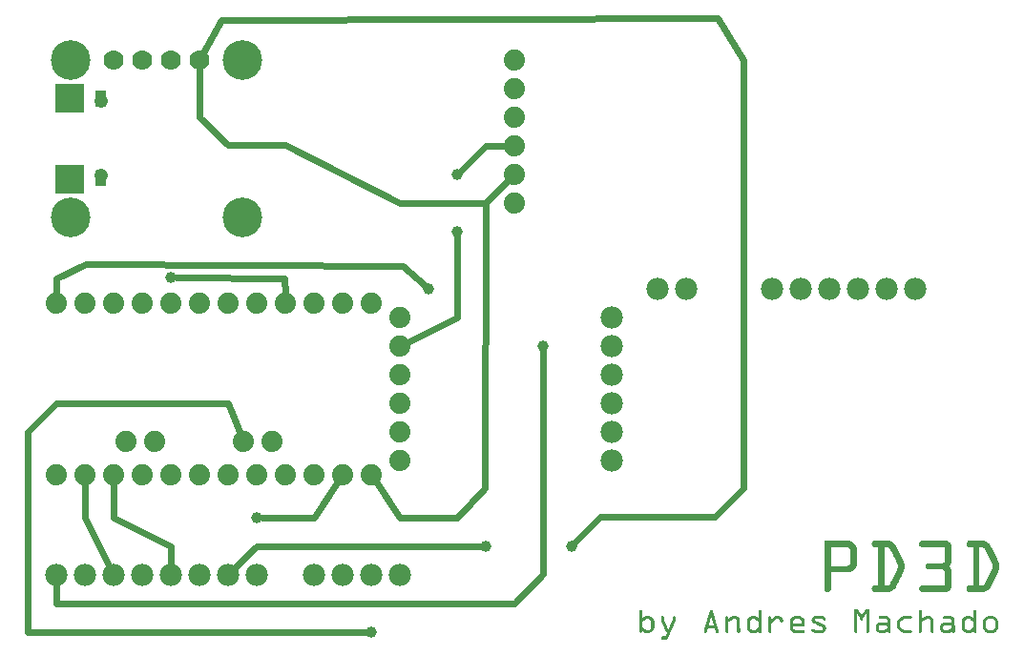
<source format=gtl>
G04 MADE WITH FRITZING*
G04 WWW.FRITZING.ORG*
G04 DOUBLE SIDED*
G04 HOLES PLATED*
G04 CONTOUR ON CENTER OF CONTOUR VECTOR*
%ASAXBY*%
%FSLAX23Y23*%
%MOIN*%
%OFA0B0*%
%SFA1.0B1.0*%
%ADD10C,0.078000*%
%ADD11C,0.039370*%
%ADD12C,0.074000*%
%ADD13C,0.138425*%
%ADD14C,0.098425*%
%ADD15C,0.070000*%
%ADD16C,0.047559*%
%ADD17R,0.098425X0.098425*%
%ADD18C,0.024000*%
%ADD19R,0.001000X0.001000*%
%LNCOPPER1*%
G90*
G70*
G54D10*
X1088Y501D03*
X1188Y501D03*
X1288Y501D03*
X1388Y501D03*
G54D11*
X1588Y1901D03*
X1588Y1701D03*
G54D12*
X1788Y1801D03*
X1788Y1901D03*
X1788Y2001D03*
X1788Y2101D03*
X1788Y2201D03*
X1788Y2301D03*
X1388Y901D03*
X1388Y1001D03*
X1388Y1101D03*
X1388Y1201D03*
X1388Y1301D03*
X1388Y1401D03*
X843Y966D03*
X943Y966D03*
X433Y966D03*
X533Y966D03*
X1288Y851D03*
X1188Y851D03*
X1088Y851D03*
X988Y851D03*
X888Y851D03*
X788Y851D03*
X688Y851D03*
X588Y851D03*
X488Y851D03*
X388Y851D03*
X288Y851D03*
X188Y851D03*
X188Y1451D03*
X288Y1451D03*
X388Y1451D03*
X488Y1451D03*
X588Y1451D03*
X688Y1451D03*
X788Y1451D03*
X888Y1451D03*
X988Y1451D03*
X1088Y1451D03*
X1188Y1451D03*
X1288Y1451D03*
G54D13*
X838Y2301D03*
G54D14*
X234Y2168D03*
G54D13*
X238Y2301D03*
G54D15*
X688Y2301D03*
G54D16*
X344Y2156D03*
G54D15*
X588Y2301D03*
X388Y2301D03*
X488Y2301D03*
G54D13*
X838Y1751D03*
X238Y1751D03*
G54D16*
X344Y1896D03*
G54D14*
X234Y1885D03*
G54D10*
X2388Y1501D03*
X2288Y1501D03*
X2388Y1501D03*
X2288Y1501D03*
X2688Y1501D03*
X2788Y1501D03*
X2888Y1501D03*
X2988Y1501D03*
X3088Y1501D03*
X3188Y1501D03*
X2688Y1501D03*
X2788Y1501D03*
X2888Y1501D03*
X2988Y1501D03*
X3088Y1501D03*
X3188Y1501D03*
G54D11*
X1488Y1501D03*
X1888Y1301D03*
X1288Y301D03*
G54D10*
X188Y501D03*
X288Y501D03*
X388Y501D03*
X488Y501D03*
X588Y501D03*
X688Y501D03*
X788Y501D03*
X888Y501D03*
G54D11*
X1987Y602D03*
X1690Y602D03*
X889Y700D03*
X590Y1541D03*
G54D10*
X2128Y1401D03*
X2128Y1301D03*
X2128Y1201D03*
X2128Y1101D03*
X2128Y1001D03*
X2128Y901D03*
G54D17*
X234Y2168D03*
X234Y1885D03*
G54D18*
X1686Y803D02*
X1587Y700D01*
D02*
X1688Y1802D02*
X1686Y803D01*
D02*
X987Y2003D02*
X787Y2003D01*
D02*
X787Y2003D02*
X690Y2101D01*
D02*
X1766Y1880D02*
X1688Y1802D01*
D02*
X1389Y1800D02*
X987Y2003D01*
D02*
X690Y2101D02*
X689Y2271D01*
D02*
X1688Y1802D02*
X1389Y1800D01*
D02*
X1389Y702D02*
X1306Y826D01*
D02*
X1587Y700D02*
X1389Y702D01*
D02*
X89Y302D02*
X89Y1001D01*
D02*
X89Y1001D02*
X189Y1101D01*
D02*
X189Y1101D02*
X788Y1102D01*
D02*
X788Y1102D02*
X832Y995D01*
D02*
X1269Y301D02*
X89Y302D01*
D02*
X1588Y1682D02*
X1588Y1400D01*
D02*
X1690Y2002D02*
X1602Y1915D01*
D02*
X1588Y1400D02*
X1416Y1315D01*
D02*
X1757Y2002D02*
X1690Y2002D01*
D02*
X189Y402D02*
X1787Y402D01*
D02*
X1787Y402D02*
X1888Y503D01*
D02*
X1474Y1514D02*
X1398Y1580D01*
D02*
X293Y1586D02*
X189Y1537D01*
D02*
X1398Y1580D02*
X293Y1586D01*
D02*
X189Y1537D02*
X189Y1483D01*
D02*
X189Y471D02*
X189Y402D01*
D02*
X1888Y503D02*
X1888Y1282D01*
D02*
X289Y702D02*
X289Y820D01*
D02*
X375Y528D02*
X289Y702D01*
D02*
X587Y602D02*
X390Y702D01*
D02*
X588Y532D02*
X587Y602D01*
D02*
X390Y702D02*
X389Y820D01*
D02*
X2589Y2300D02*
X2500Y2446D01*
D02*
X2088Y703D02*
X2489Y703D01*
D02*
X889Y601D02*
X1671Y602D01*
D02*
X2001Y616D02*
X2088Y703D01*
D02*
X2489Y703D02*
X2589Y803D01*
D02*
X810Y523D02*
X889Y601D01*
D02*
X764Y2442D02*
X703Y2329D01*
D02*
X2589Y803D02*
X2589Y2300D01*
D02*
X2500Y2446D02*
X764Y2442D01*
D02*
X1087Y700D02*
X1171Y826D01*
D02*
X908Y700D02*
X1087Y700D01*
D02*
X987Y1483D02*
X985Y1536D01*
D02*
X985Y1536D02*
X609Y1541D01*
G54D19*
X325Y2194D02*
X362Y2194D01*
X325Y2193D02*
X362Y2193D01*
X325Y2192D02*
X362Y2192D01*
X325Y2191D02*
X362Y2191D01*
X325Y2190D02*
X362Y2190D01*
X325Y2189D02*
X362Y2189D01*
X325Y2188D02*
X362Y2188D01*
X325Y2187D02*
X362Y2187D01*
X325Y2186D02*
X362Y2186D01*
X325Y2185D02*
X362Y2185D01*
X325Y2184D02*
X362Y2184D01*
X325Y2183D02*
X362Y2183D01*
X325Y2182D02*
X362Y2182D01*
X325Y2181D02*
X362Y2181D01*
X325Y2180D02*
X362Y2180D01*
X325Y2179D02*
X362Y2179D01*
X325Y2178D02*
X362Y2178D01*
X325Y2177D02*
X362Y2177D01*
X325Y2176D02*
X362Y2176D01*
X325Y2175D02*
X338Y2175D01*
X348Y2175D02*
X362Y2175D01*
X325Y2174D02*
X335Y2174D01*
X351Y2174D02*
X362Y2174D01*
X325Y2173D02*
X333Y2173D01*
X353Y2173D02*
X362Y2173D01*
X325Y2172D02*
X332Y2172D01*
X355Y2172D02*
X362Y2172D01*
X325Y2171D02*
X331Y2171D01*
X356Y2171D02*
X362Y2171D01*
X325Y2170D02*
X330Y2170D01*
X357Y2170D02*
X362Y2170D01*
X325Y2169D02*
X329Y2169D01*
X358Y2169D02*
X362Y2169D01*
X325Y2168D02*
X328Y2168D01*
X359Y2168D02*
X362Y2168D01*
X325Y2167D02*
X327Y2167D01*
X360Y2167D02*
X362Y2167D01*
X325Y2166D02*
X327Y2166D01*
X360Y2166D02*
X362Y2166D01*
X325Y2165D02*
X326Y2165D01*
X361Y2165D02*
X362Y2165D01*
X325Y2164D02*
X326Y2164D01*
X361Y2164D02*
X362Y2164D01*
X325Y2163D02*
X325Y2163D01*
X362Y2163D02*
X362Y2163D01*
X325Y2162D02*
X325Y2162D01*
X362Y2162D02*
X362Y2162D01*
X325Y2161D02*
X325Y2161D01*
X362Y2161D02*
X362Y2161D01*
X325Y2152D02*
X325Y2152D01*
X362Y2152D02*
X362Y2152D01*
X325Y2151D02*
X325Y2151D01*
X362Y2151D02*
X362Y2151D01*
X325Y2150D02*
X325Y2150D01*
X361Y2150D02*
X362Y2150D01*
X325Y2149D02*
X326Y2149D01*
X361Y2149D02*
X362Y2149D01*
X325Y2148D02*
X326Y2148D01*
X360Y2148D02*
X362Y2148D01*
X325Y2147D02*
X327Y2147D01*
X360Y2147D02*
X362Y2147D01*
X325Y2146D02*
X328Y2146D01*
X359Y2146D02*
X362Y2146D01*
X325Y2145D02*
X328Y2145D01*
X358Y2145D02*
X362Y2145D01*
X325Y2144D02*
X329Y2144D01*
X357Y2144D02*
X362Y2144D01*
X325Y2143D02*
X330Y2143D01*
X356Y2143D02*
X362Y2143D01*
X325Y2142D02*
X331Y2142D01*
X355Y2142D02*
X362Y2142D01*
X325Y2141D02*
X333Y2141D01*
X354Y2141D02*
X362Y2141D01*
X325Y2140D02*
X335Y2140D01*
X352Y2140D02*
X362Y2140D01*
X325Y2139D02*
X337Y2139D01*
X349Y2139D02*
X362Y2139D01*
X325Y1915D02*
X338Y1915D01*
X349Y1915D02*
X362Y1915D01*
X325Y1914D02*
X335Y1914D01*
X352Y1914D02*
X362Y1914D01*
X325Y1913D02*
X333Y1913D01*
X354Y1913D02*
X362Y1913D01*
X325Y1912D02*
X332Y1912D01*
X355Y1912D02*
X362Y1912D01*
X325Y1911D02*
X330Y1911D01*
X356Y1911D02*
X362Y1911D01*
X325Y1910D02*
X329Y1910D01*
X357Y1910D02*
X362Y1910D01*
X325Y1909D02*
X329Y1909D01*
X358Y1909D02*
X362Y1909D01*
X325Y1908D02*
X328Y1908D01*
X359Y1908D02*
X362Y1908D01*
X325Y1907D02*
X327Y1907D01*
X360Y1907D02*
X362Y1907D01*
X325Y1906D02*
X326Y1906D01*
X360Y1906D02*
X362Y1906D01*
X325Y1905D02*
X326Y1905D01*
X361Y1905D02*
X362Y1905D01*
X325Y1904D02*
X325Y1904D01*
X361Y1904D02*
X362Y1904D01*
X325Y1903D02*
X325Y1903D01*
X362Y1903D02*
X362Y1903D01*
X325Y1902D02*
X325Y1902D01*
X362Y1902D02*
X362Y1902D01*
X325Y1892D02*
X325Y1892D01*
X362Y1892D02*
X362Y1892D01*
X325Y1891D02*
X325Y1891D01*
X362Y1891D02*
X362Y1891D01*
X325Y1890D02*
X325Y1890D01*
X361Y1890D02*
X362Y1890D01*
X325Y1889D02*
X326Y1889D01*
X361Y1889D02*
X362Y1889D01*
X325Y1888D02*
X326Y1888D01*
X360Y1888D02*
X362Y1888D01*
X325Y1887D02*
X327Y1887D01*
X360Y1887D02*
X362Y1887D01*
X325Y1886D02*
X328Y1886D01*
X359Y1886D02*
X362Y1886D01*
X325Y1885D02*
X329Y1885D01*
X358Y1885D02*
X362Y1885D01*
X325Y1884D02*
X329Y1884D01*
X357Y1884D02*
X362Y1884D01*
X325Y1883D02*
X330Y1883D01*
X356Y1883D02*
X362Y1883D01*
X325Y1882D02*
X332Y1882D01*
X355Y1882D02*
X362Y1882D01*
X325Y1881D02*
X333Y1881D01*
X354Y1881D02*
X362Y1881D01*
X325Y1880D02*
X335Y1880D01*
X352Y1880D02*
X362Y1880D01*
X325Y1879D02*
X338Y1879D01*
X349Y1879D02*
X362Y1879D01*
X325Y1878D02*
X362Y1878D01*
X325Y1877D02*
X362Y1877D01*
X325Y1876D02*
X362Y1876D01*
X325Y1875D02*
X362Y1875D01*
X325Y1874D02*
X362Y1874D01*
X325Y1873D02*
X362Y1873D01*
X325Y1872D02*
X362Y1872D01*
X325Y1871D02*
X362Y1871D01*
X325Y1870D02*
X362Y1870D01*
X325Y1869D02*
X362Y1869D01*
X325Y1868D02*
X362Y1868D01*
X325Y1867D02*
X362Y1867D01*
X325Y1866D02*
X362Y1866D01*
X325Y1865D02*
X362Y1865D01*
X325Y1864D02*
X362Y1864D01*
X325Y1863D02*
X362Y1863D01*
X325Y1862D02*
X362Y1862D01*
X325Y1861D02*
X362Y1861D01*
X325Y1860D02*
X362Y1860D01*
X2872Y620D02*
X2955Y620D01*
X3046Y620D02*
X3095Y620D01*
X3212Y620D02*
X3297Y620D01*
X3377Y620D02*
X3426Y620D01*
X2872Y619D02*
X2960Y619D01*
X3044Y619D02*
X3100Y619D01*
X3209Y619D02*
X3300Y619D01*
X3374Y619D02*
X3431Y619D01*
X2872Y618D02*
X2963Y618D01*
X3042Y618D02*
X3103Y618D01*
X3207Y618D02*
X3303Y618D01*
X3373Y618D02*
X3434Y618D01*
X2872Y617D02*
X2965Y617D01*
X3041Y617D02*
X3105Y617D01*
X3206Y617D02*
X3305Y617D01*
X3372Y617D02*
X3436Y617D01*
X2872Y616D02*
X2967Y616D01*
X3040Y616D02*
X3107Y616D01*
X3205Y616D02*
X3306Y616D01*
X3371Y616D02*
X3438Y616D01*
X2872Y615D02*
X2969Y615D01*
X3039Y615D02*
X3109Y615D01*
X3205Y615D02*
X3307Y615D01*
X3370Y615D02*
X3440Y615D01*
X2872Y614D02*
X2970Y614D01*
X3039Y614D02*
X3110Y614D01*
X3204Y614D02*
X3309Y614D01*
X3370Y614D02*
X3441Y614D01*
X2872Y613D02*
X2972Y613D01*
X3038Y613D02*
X3112Y613D01*
X3204Y613D02*
X3310Y613D01*
X3369Y613D02*
X3442Y613D01*
X2872Y612D02*
X2973Y612D01*
X3038Y612D02*
X3113Y612D01*
X3203Y612D02*
X3310Y612D01*
X3369Y612D02*
X3444Y612D01*
X2872Y611D02*
X2974Y611D01*
X3038Y611D02*
X3114Y611D01*
X3203Y611D02*
X3311Y611D01*
X3368Y611D02*
X3445Y611D01*
X2872Y610D02*
X2975Y610D01*
X3038Y610D02*
X3115Y610D01*
X3203Y610D02*
X3312Y610D01*
X3368Y610D02*
X3446Y610D01*
X2872Y609D02*
X2976Y609D01*
X3037Y609D02*
X3116Y609D01*
X3203Y609D02*
X3313Y609D01*
X3368Y609D02*
X3447Y609D01*
X2872Y608D02*
X2977Y608D01*
X3037Y608D02*
X3117Y608D01*
X3203Y608D02*
X3313Y608D01*
X3368Y608D02*
X3448Y608D01*
X2872Y607D02*
X2978Y607D01*
X3038Y607D02*
X3118Y607D01*
X3203Y607D02*
X3314Y607D01*
X3368Y607D02*
X3449Y607D01*
X2872Y606D02*
X2979Y606D01*
X3038Y606D02*
X3119Y606D01*
X3203Y606D02*
X3314Y606D01*
X3369Y606D02*
X3449Y606D01*
X2872Y605D02*
X2979Y605D01*
X3038Y605D02*
X3119Y605D01*
X3203Y605D02*
X3315Y605D01*
X3369Y605D02*
X3450Y605D01*
X2872Y604D02*
X2980Y604D01*
X3038Y604D02*
X3120Y604D01*
X3204Y604D02*
X3315Y604D01*
X3369Y604D02*
X3451Y604D01*
X2872Y603D02*
X2981Y603D01*
X3039Y603D02*
X3120Y603D01*
X3204Y603D02*
X3315Y603D01*
X3370Y603D02*
X3451Y603D01*
X2872Y602D02*
X2981Y602D01*
X3040Y602D02*
X3121Y602D01*
X3205Y602D02*
X3316Y602D01*
X3370Y602D02*
X3452Y602D01*
X2872Y601D02*
X2982Y601D01*
X3040Y601D02*
X3122Y601D01*
X3206Y601D02*
X3316Y601D01*
X3371Y601D02*
X3452Y601D01*
X2872Y600D02*
X2982Y600D01*
X3041Y600D02*
X3122Y600D01*
X3207Y600D02*
X3316Y600D01*
X3372Y600D02*
X3453Y600D01*
X2872Y599D02*
X2983Y599D01*
X3043Y599D02*
X3123Y599D01*
X3208Y599D02*
X3316Y599D01*
X3373Y599D02*
X3453Y599D01*
X2872Y598D02*
X2983Y598D01*
X3045Y598D02*
X3123Y598D01*
X3210Y598D02*
X3316Y598D01*
X3375Y598D02*
X3454Y598D01*
X2872Y597D02*
X2894Y597D01*
X2953Y597D02*
X2984Y597D01*
X3060Y597D02*
X3083Y597D01*
X3094Y597D02*
X3124Y597D01*
X3294Y597D02*
X3316Y597D01*
X3391Y597D02*
X3413Y597D01*
X3424Y597D02*
X3455Y597D01*
X2872Y596D02*
X2894Y596D01*
X2956Y596D02*
X2984Y596D01*
X3060Y596D02*
X3082Y596D01*
X3097Y596D02*
X3124Y596D01*
X3294Y596D02*
X3316Y596D01*
X3391Y596D02*
X3413Y596D01*
X3427Y596D02*
X3455Y596D01*
X2872Y595D02*
X2894Y595D01*
X2958Y595D02*
X2984Y595D01*
X3060Y595D02*
X3082Y595D01*
X3098Y595D02*
X3125Y595D01*
X3294Y595D02*
X3316Y595D01*
X3391Y595D02*
X3413Y595D01*
X3429Y595D02*
X3456Y595D01*
X2872Y594D02*
X2894Y594D01*
X2959Y594D02*
X2984Y594D01*
X3060Y594D02*
X3082Y594D01*
X3099Y594D02*
X3125Y594D01*
X3294Y594D02*
X3316Y594D01*
X3391Y594D02*
X3413Y594D01*
X3430Y594D02*
X3456Y594D01*
X2872Y593D02*
X2894Y593D01*
X2960Y593D02*
X2985Y593D01*
X3060Y593D02*
X3082Y593D01*
X3100Y593D02*
X3126Y593D01*
X3294Y593D02*
X3316Y593D01*
X3391Y593D02*
X3413Y593D01*
X3431Y593D02*
X3457Y593D01*
X2872Y592D02*
X2894Y592D01*
X2961Y592D02*
X2985Y592D01*
X3060Y592D02*
X3082Y592D01*
X3101Y592D02*
X3126Y592D01*
X3294Y592D02*
X3316Y592D01*
X3391Y592D02*
X3413Y592D01*
X3432Y592D02*
X3457Y592D01*
X2872Y591D02*
X2894Y591D01*
X2962Y591D02*
X2985Y591D01*
X3060Y591D02*
X3082Y591D01*
X3102Y591D02*
X3127Y591D01*
X3294Y591D02*
X3316Y591D01*
X3391Y591D02*
X3413Y591D01*
X3432Y591D02*
X3458Y591D01*
X2872Y590D02*
X2894Y590D01*
X2962Y590D02*
X2985Y590D01*
X3060Y590D02*
X3082Y590D01*
X3102Y590D02*
X3127Y590D01*
X3294Y590D02*
X3316Y590D01*
X3391Y590D02*
X3413Y590D01*
X3433Y590D02*
X3458Y590D01*
X2872Y589D02*
X2894Y589D01*
X2963Y589D02*
X2985Y589D01*
X3060Y589D02*
X3082Y589D01*
X3103Y589D02*
X3128Y589D01*
X3294Y589D02*
X3316Y589D01*
X3391Y589D02*
X3413Y589D01*
X3433Y589D02*
X3459Y589D01*
X2872Y588D02*
X2894Y588D01*
X2963Y588D02*
X2985Y588D01*
X3060Y588D02*
X3082Y588D01*
X3103Y588D02*
X3128Y588D01*
X3294Y588D02*
X3316Y588D01*
X3391Y588D02*
X3413Y588D01*
X3434Y588D02*
X3459Y588D01*
X2872Y587D02*
X2894Y587D01*
X2963Y587D02*
X2985Y587D01*
X3060Y587D02*
X3082Y587D01*
X3104Y587D02*
X3129Y587D01*
X3294Y587D02*
X3316Y587D01*
X3391Y587D02*
X3413Y587D01*
X3434Y587D02*
X3460Y587D01*
X2872Y586D02*
X2894Y586D01*
X2963Y586D02*
X2985Y586D01*
X3060Y586D02*
X3082Y586D01*
X3104Y586D02*
X3129Y586D01*
X3294Y586D02*
X3316Y586D01*
X3391Y586D02*
X3413Y586D01*
X3435Y586D02*
X3460Y586D01*
X2872Y585D02*
X2894Y585D01*
X2963Y585D02*
X2985Y585D01*
X3060Y585D02*
X3082Y585D01*
X3105Y585D02*
X3130Y585D01*
X3294Y585D02*
X3316Y585D01*
X3391Y585D02*
X3413Y585D01*
X3435Y585D02*
X3461Y585D01*
X2872Y584D02*
X2894Y584D01*
X2963Y584D02*
X2985Y584D01*
X3060Y584D02*
X3082Y584D01*
X3105Y584D02*
X3130Y584D01*
X3294Y584D02*
X3316Y584D01*
X3391Y584D02*
X3413Y584D01*
X3436Y584D02*
X3461Y584D01*
X2872Y583D02*
X2894Y583D01*
X2963Y583D02*
X2985Y583D01*
X3060Y583D02*
X3082Y583D01*
X3106Y583D02*
X3131Y583D01*
X3294Y583D02*
X3316Y583D01*
X3391Y583D02*
X3413Y583D01*
X3436Y583D02*
X3462Y583D01*
X2872Y582D02*
X2894Y582D01*
X2963Y582D02*
X2985Y582D01*
X3060Y582D02*
X3082Y582D01*
X3106Y582D02*
X3131Y582D01*
X3294Y582D02*
X3316Y582D01*
X3391Y582D02*
X3413Y582D01*
X3437Y582D02*
X3462Y582D01*
X2872Y581D02*
X2894Y581D01*
X2963Y581D02*
X2985Y581D01*
X3060Y581D02*
X3082Y581D01*
X3107Y581D02*
X3132Y581D01*
X3294Y581D02*
X3316Y581D01*
X3391Y581D02*
X3413Y581D01*
X3437Y581D02*
X3463Y581D01*
X2872Y580D02*
X2894Y580D01*
X2963Y580D02*
X2985Y580D01*
X3060Y580D02*
X3082Y580D01*
X3107Y580D02*
X3132Y580D01*
X3294Y580D02*
X3316Y580D01*
X3391Y580D02*
X3413Y580D01*
X3438Y580D02*
X3463Y580D01*
X2872Y579D02*
X2894Y579D01*
X2963Y579D02*
X2985Y579D01*
X3060Y579D02*
X3082Y579D01*
X3108Y579D02*
X3133Y579D01*
X3294Y579D02*
X3316Y579D01*
X3391Y579D02*
X3413Y579D01*
X3438Y579D02*
X3464Y579D01*
X2872Y578D02*
X2894Y578D01*
X2963Y578D02*
X2985Y578D01*
X3060Y578D02*
X3082Y578D01*
X3108Y578D02*
X3133Y578D01*
X3294Y578D02*
X3316Y578D01*
X3391Y578D02*
X3413Y578D01*
X3439Y578D02*
X3464Y578D01*
X2872Y577D02*
X2894Y577D01*
X2963Y577D02*
X2985Y577D01*
X3060Y577D02*
X3082Y577D01*
X3109Y577D02*
X3134Y577D01*
X3294Y577D02*
X3316Y577D01*
X3391Y577D02*
X3413Y577D01*
X3440Y577D02*
X3465Y577D01*
X2872Y576D02*
X2894Y576D01*
X2963Y576D02*
X2985Y576D01*
X3060Y576D02*
X3082Y576D01*
X3109Y576D02*
X3134Y576D01*
X3294Y576D02*
X3316Y576D01*
X3391Y576D02*
X3413Y576D01*
X3440Y576D02*
X3465Y576D01*
X2872Y575D02*
X2894Y575D01*
X2963Y575D02*
X2985Y575D01*
X3060Y575D02*
X3082Y575D01*
X3110Y575D02*
X3135Y575D01*
X3294Y575D02*
X3316Y575D01*
X3391Y575D02*
X3413Y575D01*
X3441Y575D02*
X3466Y575D01*
X2872Y574D02*
X2894Y574D01*
X2963Y574D02*
X2985Y574D01*
X3060Y574D02*
X3082Y574D01*
X3110Y574D02*
X3135Y574D01*
X3294Y574D02*
X3316Y574D01*
X3391Y574D02*
X3413Y574D01*
X3441Y574D02*
X3466Y574D01*
X2872Y573D02*
X2894Y573D01*
X2963Y573D02*
X2985Y573D01*
X3060Y573D02*
X3082Y573D01*
X3111Y573D02*
X3136Y573D01*
X3294Y573D02*
X3316Y573D01*
X3391Y573D02*
X3413Y573D01*
X3442Y573D02*
X3467Y573D01*
X2872Y572D02*
X2894Y572D01*
X2963Y572D02*
X2985Y572D01*
X3060Y572D02*
X3082Y572D01*
X3111Y572D02*
X3136Y572D01*
X3294Y572D02*
X3316Y572D01*
X3391Y572D02*
X3413Y572D01*
X3442Y572D02*
X3467Y572D01*
X2872Y571D02*
X2894Y571D01*
X2963Y571D02*
X2985Y571D01*
X3060Y571D02*
X3082Y571D01*
X3112Y571D02*
X3137Y571D01*
X3294Y571D02*
X3316Y571D01*
X3391Y571D02*
X3413Y571D01*
X3443Y571D02*
X3468Y571D01*
X2872Y570D02*
X2894Y570D01*
X2963Y570D02*
X2985Y570D01*
X3060Y570D02*
X3082Y570D01*
X3112Y570D02*
X3137Y570D01*
X3294Y570D02*
X3316Y570D01*
X3391Y570D02*
X3413Y570D01*
X3443Y570D02*
X3468Y570D01*
X2872Y569D02*
X2894Y569D01*
X2963Y569D02*
X2985Y569D01*
X3060Y569D02*
X3082Y569D01*
X3113Y569D02*
X3138Y569D01*
X3294Y569D02*
X3316Y569D01*
X3391Y569D02*
X3413Y569D01*
X3444Y569D02*
X3469Y569D01*
X2872Y568D02*
X2894Y568D01*
X2963Y568D02*
X2985Y568D01*
X3060Y568D02*
X3082Y568D01*
X3113Y568D02*
X3138Y568D01*
X3294Y568D02*
X3316Y568D01*
X3391Y568D02*
X3413Y568D01*
X3444Y568D02*
X3469Y568D01*
X2872Y567D02*
X2894Y567D01*
X2963Y567D02*
X2985Y567D01*
X3060Y567D02*
X3082Y567D01*
X3114Y567D02*
X3139Y567D01*
X3294Y567D02*
X3316Y567D01*
X3391Y567D02*
X3413Y567D01*
X3445Y567D02*
X3470Y567D01*
X2872Y566D02*
X2894Y566D01*
X2963Y566D02*
X2985Y566D01*
X3060Y566D02*
X3082Y566D01*
X3114Y566D02*
X3139Y566D01*
X3294Y566D02*
X3316Y566D01*
X3391Y566D02*
X3413Y566D01*
X3445Y566D02*
X3470Y566D01*
X2872Y565D02*
X2894Y565D01*
X2963Y565D02*
X2985Y565D01*
X3060Y565D02*
X3082Y565D01*
X3115Y565D02*
X3140Y565D01*
X3294Y565D02*
X3316Y565D01*
X3391Y565D02*
X3413Y565D01*
X3446Y565D02*
X3471Y565D01*
X2872Y564D02*
X2894Y564D01*
X2963Y564D02*
X2985Y564D01*
X3060Y564D02*
X3082Y564D01*
X3115Y564D02*
X3140Y564D01*
X3294Y564D02*
X3316Y564D01*
X3391Y564D02*
X3413Y564D01*
X3446Y564D02*
X3471Y564D01*
X2872Y563D02*
X2894Y563D01*
X2963Y563D02*
X2985Y563D01*
X3060Y563D02*
X3082Y563D01*
X3116Y563D02*
X3141Y563D01*
X3294Y563D02*
X3316Y563D01*
X3391Y563D02*
X3413Y563D01*
X3447Y563D02*
X3472Y563D01*
X2872Y562D02*
X2894Y562D01*
X2963Y562D02*
X2985Y562D01*
X3060Y562D02*
X3082Y562D01*
X3116Y562D02*
X3141Y562D01*
X3294Y562D02*
X3316Y562D01*
X3391Y562D02*
X3413Y562D01*
X3447Y562D02*
X3472Y562D01*
X2872Y561D02*
X2894Y561D01*
X2963Y561D02*
X2985Y561D01*
X3060Y561D02*
X3082Y561D01*
X3117Y561D02*
X3142Y561D01*
X3294Y561D02*
X3316Y561D01*
X3391Y561D02*
X3413Y561D01*
X3448Y561D02*
X3473Y561D01*
X2872Y560D02*
X2894Y560D01*
X2963Y560D02*
X2985Y560D01*
X3060Y560D02*
X3082Y560D01*
X3117Y560D02*
X3142Y560D01*
X3294Y560D02*
X3316Y560D01*
X3391Y560D02*
X3413Y560D01*
X3448Y560D02*
X3473Y560D01*
X2872Y559D02*
X2894Y559D01*
X2963Y559D02*
X2985Y559D01*
X3060Y559D02*
X3082Y559D01*
X3118Y559D02*
X3143Y559D01*
X3294Y559D02*
X3316Y559D01*
X3391Y559D02*
X3413Y559D01*
X3449Y559D02*
X3474Y559D01*
X2872Y558D02*
X2894Y558D01*
X2963Y558D02*
X2985Y558D01*
X3060Y558D02*
X3082Y558D01*
X3118Y558D02*
X3143Y558D01*
X3294Y558D02*
X3316Y558D01*
X3391Y558D02*
X3413Y558D01*
X3449Y558D02*
X3474Y558D01*
X2872Y557D02*
X2894Y557D01*
X2963Y557D02*
X2985Y557D01*
X3060Y557D02*
X3082Y557D01*
X3119Y557D02*
X3144Y557D01*
X3294Y557D02*
X3316Y557D01*
X3391Y557D02*
X3413Y557D01*
X3450Y557D02*
X3475Y557D01*
X2872Y556D02*
X2894Y556D01*
X2963Y556D02*
X2985Y556D01*
X3060Y556D02*
X3082Y556D01*
X3119Y556D02*
X3144Y556D01*
X3294Y556D02*
X3316Y556D01*
X3391Y556D02*
X3413Y556D01*
X3450Y556D02*
X3475Y556D01*
X2872Y555D02*
X2894Y555D01*
X2963Y555D02*
X2985Y555D01*
X3060Y555D02*
X3082Y555D01*
X3120Y555D02*
X3145Y555D01*
X3294Y555D02*
X3316Y555D01*
X3391Y555D02*
X3413Y555D01*
X3451Y555D02*
X3476Y555D01*
X2872Y554D02*
X2894Y554D01*
X2963Y554D02*
X2985Y554D01*
X3060Y554D02*
X3082Y554D01*
X3120Y554D02*
X3145Y554D01*
X3294Y554D02*
X3316Y554D01*
X3391Y554D02*
X3413Y554D01*
X3451Y554D02*
X3476Y554D01*
X2872Y553D02*
X2894Y553D01*
X2963Y553D02*
X2985Y553D01*
X3060Y553D02*
X3082Y553D01*
X3121Y553D02*
X3146Y553D01*
X3294Y553D02*
X3316Y553D01*
X3391Y553D02*
X3413Y553D01*
X3452Y553D02*
X3476Y553D01*
X2872Y552D02*
X2894Y552D01*
X2963Y552D02*
X2985Y552D01*
X3060Y552D02*
X3082Y552D01*
X3121Y552D02*
X3146Y552D01*
X3294Y552D02*
X3316Y552D01*
X3391Y552D02*
X3413Y552D01*
X3452Y552D02*
X3477Y552D01*
X2872Y551D02*
X2894Y551D01*
X2963Y551D02*
X2985Y551D01*
X3060Y551D02*
X3082Y551D01*
X3122Y551D02*
X3147Y551D01*
X3294Y551D02*
X3316Y551D01*
X3391Y551D02*
X3413Y551D01*
X3453Y551D02*
X3477Y551D01*
X2872Y550D02*
X2894Y550D01*
X2963Y550D02*
X2985Y550D01*
X3060Y550D02*
X3082Y550D01*
X3122Y550D02*
X3147Y550D01*
X3293Y550D02*
X3316Y550D01*
X3391Y550D02*
X3413Y550D01*
X3453Y550D02*
X3478Y550D01*
X2872Y549D02*
X2894Y549D01*
X2963Y549D02*
X2985Y549D01*
X3060Y549D02*
X3082Y549D01*
X3123Y549D02*
X3147Y549D01*
X3293Y549D02*
X3316Y549D01*
X3391Y549D02*
X3413Y549D01*
X3454Y549D02*
X3478Y549D01*
X2872Y548D02*
X2894Y548D01*
X2963Y548D02*
X2985Y548D01*
X3060Y548D02*
X3082Y548D01*
X3123Y548D02*
X3148Y548D01*
X3292Y548D02*
X3316Y548D01*
X3391Y548D02*
X3413Y548D01*
X3454Y548D02*
X3479Y548D01*
X2872Y547D02*
X2894Y547D01*
X2963Y547D02*
X2985Y547D01*
X3060Y547D02*
X3082Y547D01*
X3124Y547D02*
X3148Y547D01*
X3292Y547D02*
X3316Y547D01*
X3391Y547D02*
X3413Y547D01*
X3455Y547D02*
X3479Y547D01*
X2872Y546D02*
X2894Y546D01*
X2963Y546D02*
X2985Y546D01*
X3060Y546D02*
X3082Y546D01*
X3124Y546D02*
X3148Y546D01*
X3291Y546D02*
X3315Y546D01*
X3391Y546D02*
X3413Y546D01*
X3455Y546D02*
X3479Y546D01*
X2872Y545D02*
X2894Y545D01*
X2963Y545D02*
X2985Y545D01*
X3060Y545D02*
X3082Y545D01*
X3125Y545D02*
X3149Y545D01*
X3289Y545D02*
X3315Y545D01*
X3391Y545D02*
X3413Y545D01*
X3456Y545D02*
X3479Y545D01*
X2872Y544D02*
X2894Y544D01*
X2963Y544D02*
X2985Y544D01*
X3060Y544D02*
X3082Y544D01*
X3125Y544D02*
X3149Y544D01*
X3288Y544D02*
X3315Y544D01*
X3391Y544D02*
X3413Y544D01*
X3456Y544D02*
X3480Y544D01*
X2872Y543D02*
X2894Y543D01*
X2963Y543D02*
X2985Y543D01*
X3060Y543D02*
X3082Y543D01*
X3126Y543D02*
X3149Y543D01*
X3286Y543D02*
X3314Y543D01*
X3391Y543D02*
X3413Y543D01*
X3457Y543D02*
X3480Y543D01*
X2872Y542D02*
X2894Y542D01*
X2963Y542D02*
X2985Y542D01*
X3060Y542D02*
X3082Y542D01*
X3126Y542D02*
X3149Y542D01*
X3234Y542D02*
X3314Y542D01*
X3391Y542D02*
X3413Y542D01*
X3457Y542D02*
X3480Y542D01*
X2872Y541D02*
X2894Y541D01*
X2963Y541D02*
X2985Y541D01*
X3060Y541D02*
X3082Y541D01*
X3127Y541D02*
X3150Y541D01*
X3232Y541D02*
X3314Y541D01*
X3391Y541D02*
X3413Y541D01*
X3458Y541D02*
X3480Y541D01*
X2872Y540D02*
X2894Y540D01*
X2962Y540D02*
X2985Y540D01*
X3060Y540D02*
X3082Y540D01*
X3127Y540D02*
X3150Y540D01*
X3230Y540D02*
X3313Y540D01*
X3391Y540D02*
X3413Y540D01*
X3458Y540D02*
X3481Y540D01*
X2872Y539D02*
X2894Y539D01*
X2962Y539D02*
X2985Y539D01*
X3060Y539D02*
X3082Y539D01*
X3127Y539D02*
X3150Y539D01*
X3229Y539D02*
X3313Y539D01*
X3391Y539D02*
X3413Y539D01*
X3458Y539D02*
X3481Y539D01*
X2872Y538D02*
X2894Y538D01*
X2961Y538D02*
X2985Y538D01*
X3060Y538D02*
X3082Y538D01*
X3128Y538D02*
X3150Y538D01*
X3228Y538D02*
X3312Y538D01*
X3391Y538D02*
X3413Y538D01*
X3458Y538D02*
X3481Y538D01*
X2872Y537D02*
X2894Y537D01*
X2960Y537D02*
X2985Y537D01*
X3060Y537D02*
X3082Y537D01*
X3128Y537D02*
X3150Y537D01*
X3227Y537D02*
X3312Y537D01*
X3391Y537D02*
X3413Y537D01*
X3459Y537D02*
X3481Y537D01*
X2872Y536D02*
X2894Y536D01*
X2960Y536D02*
X2984Y536D01*
X3060Y536D02*
X3082Y536D01*
X3128Y536D02*
X3150Y536D01*
X3227Y536D02*
X3311Y536D01*
X3391Y536D02*
X3413Y536D01*
X3459Y536D02*
X3481Y536D01*
X2872Y535D02*
X2894Y535D01*
X2958Y535D02*
X2984Y535D01*
X3060Y535D02*
X3082Y535D01*
X3128Y535D02*
X3151Y535D01*
X3226Y535D02*
X3310Y535D01*
X3391Y535D02*
X3413Y535D01*
X3459Y535D02*
X3481Y535D01*
X2872Y534D02*
X2894Y534D01*
X2957Y534D02*
X2984Y534D01*
X3060Y534D02*
X3082Y534D01*
X3128Y534D02*
X3151Y534D01*
X3226Y534D02*
X3310Y534D01*
X3391Y534D02*
X3413Y534D01*
X3459Y534D02*
X3481Y534D01*
X2872Y533D02*
X2894Y533D01*
X2954Y533D02*
X2984Y533D01*
X3060Y533D02*
X3082Y533D01*
X3128Y533D02*
X3151Y533D01*
X3226Y533D02*
X3309Y533D01*
X3391Y533D02*
X3413Y533D01*
X3459Y533D02*
X3482Y533D01*
X2872Y532D02*
X2983Y532D01*
X3060Y532D02*
X3082Y532D01*
X3129Y532D02*
X3151Y532D01*
X3226Y532D02*
X3308Y532D01*
X3391Y532D02*
X3413Y532D01*
X3459Y532D02*
X3482Y532D01*
X2872Y531D02*
X2983Y531D01*
X3060Y531D02*
X3082Y531D01*
X3129Y531D02*
X3151Y531D01*
X3226Y531D02*
X3307Y531D01*
X3391Y531D02*
X3413Y531D01*
X3459Y531D02*
X3482Y531D01*
X2872Y530D02*
X2982Y530D01*
X3060Y530D02*
X3082Y530D01*
X3129Y530D02*
X3151Y530D01*
X3226Y530D02*
X3308Y530D01*
X3391Y530D02*
X3413Y530D01*
X3459Y530D02*
X3482Y530D01*
X2872Y529D02*
X2982Y529D01*
X3060Y529D02*
X3082Y529D01*
X3128Y529D02*
X3151Y529D01*
X3226Y529D02*
X3309Y529D01*
X3391Y529D02*
X3413Y529D01*
X3459Y529D02*
X3482Y529D01*
X2872Y528D02*
X2981Y528D01*
X3060Y528D02*
X3082Y528D01*
X3128Y528D02*
X3151Y528D01*
X3226Y528D02*
X3309Y528D01*
X3391Y528D02*
X3413Y528D01*
X3459Y528D02*
X3481Y528D01*
X2872Y527D02*
X2981Y527D01*
X3060Y527D02*
X3082Y527D01*
X3128Y527D02*
X3151Y527D01*
X3226Y527D02*
X3310Y527D01*
X3391Y527D02*
X3413Y527D01*
X3459Y527D02*
X3481Y527D01*
X2872Y526D02*
X2980Y526D01*
X3060Y526D02*
X3082Y526D01*
X3128Y526D02*
X3151Y526D01*
X3227Y526D02*
X3311Y526D01*
X3391Y526D02*
X3413Y526D01*
X3459Y526D02*
X3481Y526D01*
X2872Y525D02*
X2979Y525D01*
X3060Y525D02*
X3082Y525D01*
X3128Y525D02*
X3150Y525D01*
X3227Y525D02*
X3311Y525D01*
X3391Y525D02*
X3413Y525D01*
X3459Y525D02*
X3481Y525D01*
X2872Y524D02*
X2979Y524D01*
X3060Y524D02*
X3082Y524D01*
X3128Y524D02*
X3150Y524D01*
X3228Y524D02*
X3312Y524D01*
X3391Y524D02*
X3413Y524D01*
X3458Y524D02*
X3481Y524D01*
X2872Y523D02*
X2978Y523D01*
X3060Y523D02*
X3082Y523D01*
X3127Y523D02*
X3150Y523D01*
X3229Y523D02*
X3313Y523D01*
X3391Y523D02*
X3413Y523D01*
X3458Y523D02*
X3481Y523D01*
X2872Y522D02*
X2977Y522D01*
X3060Y522D02*
X3082Y522D01*
X3127Y522D02*
X3150Y522D01*
X3230Y522D02*
X3313Y522D01*
X3391Y522D02*
X3413Y522D01*
X3458Y522D02*
X3481Y522D01*
X2872Y521D02*
X2976Y521D01*
X3060Y521D02*
X3082Y521D01*
X3127Y521D02*
X3150Y521D01*
X3231Y521D02*
X3313Y521D01*
X3391Y521D02*
X3413Y521D01*
X3458Y521D02*
X3481Y521D01*
X2872Y520D02*
X2975Y520D01*
X3060Y520D02*
X3082Y520D01*
X3126Y520D02*
X3150Y520D01*
X3233Y520D02*
X3314Y520D01*
X3391Y520D02*
X3413Y520D01*
X3457Y520D02*
X3480Y520D01*
X2872Y519D02*
X2974Y519D01*
X3060Y519D02*
X3082Y519D01*
X3126Y519D02*
X3149Y519D01*
X3285Y519D02*
X3314Y519D01*
X3391Y519D02*
X3413Y519D01*
X3457Y519D02*
X3480Y519D01*
X2872Y518D02*
X2973Y518D01*
X3060Y518D02*
X3082Y518D01*
X3126Y518D02*
X3149Y518D01*
X3287Y518D02*
X3315Y518D01*
X3391Y518D02*
X3413Y518D01*
X3456Y518D02*
X3480Y518D01*
X2872Y517D02*
X2972Y517D01*
X3060Y517D02*
X3082Y517D01*
X3125Y517D02*
X3149Y517D01*
X3289Y517D02*
X3315Y517D01*
X3391Y517D02*
X3413Y517D01*
X3456Y517D02*
X3480Y517D01*
X2872Y516D02*
X2971Y516D01*
X3060Y516D02*
X3082Y516D01*
X3125Y516D02*
X3148Y516D01*
X3290Y516D02*
X3315Y516D01*
X3391Y516D02*
X3413Y516D01*
X3456Y516D02*
X3479Y516D01*
X2872Y515D02*
X2969Y515D01*
X3060Y515D02*
X3082Y515D01*
X3124Y515D02*
X3148Y515D01*
X3291Y515D02*
X3315Y515D01*
X3391Y515D02*
X3413Y515D01*
X3455Y515D02*
X3479Y515D01*
X2872Y514D02*
X2968Y514D01*
X3060Y514D02*
X3082Y514D01*
X3124Y514D02*
X3148Y514D01*
X3292Y514D02*
X3316Y514D01*
X3391Y514D02*
X3413Y514D01*
X3454Y514D02*
X3479Y514D01*
X2872Y513D02*
X2966Y513D01*
X3060Y513D02*
X3082Y513D01*
X3123Y513D02*
X3148Y513D01*
X3293Y513D02*
X3316Y513D01*
X3391Y513D02*
X3413Y513D01*
X3454Y513D02*
X3478Y513D01*
X2872Y512D02*
X2964Y512D01*
X3060Y512D02*
X3082Y512D01*
X3123Y512D02*
X3147Y512D01*
X3293Y512D02*
X3316Y512D01*
X3391Y512D02*
X3413Y512D01*
X3453Y512D02*
X3478Y512D01*
X2872Y511D02*
X2961Y511D01*
X3060Y511D02*
X3082Y511D01*
X3122Y511D02*
X3147Y511D01*
X3293Y511D02*
X3316Y511D01*
X3391Y511D02*
X3413Y511D01*
X3453Y511D02*
X3478Y511D01*
X2872Y510D02*
X2957Y510D01*
X3060Y510D02*
X3082Y510D01*
X3122Y510D02*
X3146Y510D01*
X3294Y510D02*
X3316Y510D01*
X3391Y510D02*
X3413Y510D01*
X3452Y510D02*
X3477Y510D01*
X2872Y509D02*
X2894Y509D01*
X3060Y509D02*
X3082Y509D01*
X3121Y509D02*
X3146Y509D01*
X3294Y509D02*
X3316Y509D01*
X3391Y509D02*
X3413Y509D01*
X3452Y509D02*
X3477Y509D01*
X2872Y508D02*
X2894Y508D01*
X3060Y508D02*
X3082Y508D01*
X3121Y508D02*
X3145Y508D01*
X3294Y508D02*
X3316Y508D01*
X3391Y508D02*
X3413Y508D01*
X3451Y508D02*
X3476Y508D01*
X2872Y507D02*
X2894Y507D01*
X3060Y507D02*
X3082Y507D01*
X3120Y507D02*
X3145Y507D01*
X3294Y507D02*
X3316Y507D01*
X3391Y507D02*
X3413Y507D01*
X3451Y507D02*
X3476Y507D01*
X2872Y506D02*
X2894Y506D01*
X3060Y506D02*
X3082Y506D01*
X3120Y506D02*
X3145Y506D01*
X3294Y506D02*
X3316Y506D01*
X3391Y506D02*
X3413Y506D01*
X3450Y506D02*
X3475Y506D01*
X2872Y505D02*
X2894Y505D01*
X3060Y505D02*
X3082Y505D01*
X3119Y505D02*
X3144Y505D01*
X3294Y505D02*
X3316Y505D01*
X3391Y505D02*
X3413Y505D01*
X3450Y505D02*
X3475Y505D01*
X2872Y504D02*
X2894Y504D01*
X3060Y504D02*
X3082Y504D01*
X3119Y504D02*
X3144Y504D01*
X3294Y504D02*
X3316Y504D01*
X3391Y504D02*
X3413Y504D01*
X3449Y504D02*
X3474Y504D01*
X2872Y503D02*
X2894Y503D01*
X3060Y503D02*
X3082Y503D01*
X3118Y503D02*
X3143Y503D01*
X3294Y503D02*
X3316Y503D01*
X3391Y503D02*
X3413Y503D01*
X3449Y503D02*
X3474Y503D01*
X2872Y502D02*
X2894Y502D01*
X3060Y502D02*
X3082Y502D01*
X3118Y502D02*
X3143Y502D01*
X3294Y502D02*
X3316Y502D01*
X3391Y502D02*
X3413Y502D01*
X3448Y502D02*
X3473Y502D01*
X2872Y501D02*
X2894Y501D01*
X3060Y501D02*
X3082Y501D01*
X3117Y501D02*
X3142Y501D01*
X3294Y501D02*
X3316Y501D01*
X3391Y501D02*
X3413Y501D01*
X3448Y501D02*
X3473Y501D01*
X2872Y500D02*
X2894Y500D01*
X3060Y500D02*
X3082Y500D01*
X3117Y500D02*
X3142Y500D01*
X3294Y500D02*
X3316Y500D01*
X3391Y500D02*
X3413Y500D01*
X3447Y500D02*
X3472Y500D01*
X2872Y499D02*
X2894Y499D01*
X3060Y499D02*
X3082Y499D01*
X3116Y499D02*
X3141Y499D01*
X3294Y499D02*
X3316Y499D01*
X3391Y499D02*
X3413Y499D01*
X3447Y499D02*
X3472Y499D01*
X2872Y498D02*
X2894Y498D01*
X3060Y498D02*
X3082Y498D01*
X3116Y498D02*
X3141Y498D01*
X3294Y498D02*
X3316Y498D01*
X3391Y498D02*
X3413Y498D01*
X3446Y498D02*
X3471Y498D01*
X2872Y497D02*
X2894Y497D01*
X3060Y497D02*
X3082Y497D01*
X3115Y497D02*
X3140Y497D01*
X3294Y497D02*
X3316Y497D01*
X3391Y497D02*
X3413Y497D01*
X3446Y497D02*
X3471Y497D01*
X2872Y496D02*
X2894Y496D01*
X3060Y496D02*
X3082Y496D01*
X3115Y496D02*
X3140Y496D01*
X3294Y496D02*
X3316Y496D01*
X3391Y496D02*
X3413Y496D01*
X3445Y496D02*
X3470Y496D01*
X2872Y495D02*
X2894Y495D01*
X3060Y495D02*
X3082Y495D01*
X3114Y495D02*
X3139Y495D01*
X3294Y495D02*
X3316Y495D01*
X3391Y495D02*
X3413Y495D01*
X3445Y495D02*
X3470Y495D01*
X2872Y494D02*
X2894Y494D01*
X3060Y494D02*
X3082Y494D01*
X3114Y494D02*
X3139Y494D01*
X3294Y494D02*
X3316Y494D01*
X3391Y494D02*
X3413Y494D01*
X3444Y494D02*
X3469Y494D01*
X2872Y493D02*
X2894Y493D01*
X3060Y493D02*
X3082Y493D01*
X3113Y493D02*
X3138Y493D01*
X3294Y493D02*
X3316Y493D01*
X3391Y493D02*
X3413Y493D01*
X3444Y493D02*
X3469Y493D01*
X2872Y492D02*
X2894Y492D01*
X3060Y492D02*
X3082Y492D01*
X3113Y492D02*
X3138Y492D01*
X3294Y492D02*
X3316Y492D01*
X3391Y492D02*
X3413Y492D01*
X3443Y492D02*
X3468Y492D01*
X2872Y491D02*
X2894Y491D01*
X3060Y491D02*
X3082Y491D01*
X3112Y491D02*
X3137Y491D01*
X3294Y491D02*
X3316Y491D01*
X3391Y491D02*
X3413Y491D01*
X3443Y491D02*
X3468Y491D01*
X2872Y490D02*
X2894Y490D01*
X3060Y490D02*
X3082Y490D01*
X3111Y490D02*
X3137Y490D01*
X3294Y490D02*
X3316Y490D01*
X3391Y490D02*
X3413Y490D01*
X3442Y490D02*
X3467Y490D01*
X2872Y489D02*
X2894Y489D01*
X3060Y489D02*
X3082Y489D01*
X3111Y489D02*
X3136Y489D01*
X3294Y489D02*
X3316Y489D01*
X3391Y489D02*
X3413Y489D01*
X3442Y489D02*
X3467Y489D01*
X2872Y488D02*
X2894Y488D01*
X3060Y488D02*
X3082Y488D01*
X3110Y488D02*
X3136Y488D01*
X3294Y488D02*
X3316Y488D01*
X3391Y488D02*
X3413Y488D01*
X3441Y488D02*
X3466Y488D01*
X2872Y487D02*
X2894Y487D01*
X3060Y487D02*
X3082Y487D01*
X3110Y487D02*
X3135Y487D01*
X3294Y487D02*
X3316Y487D01*
X3391Y487D02*
X3413Y487D01*
X3441Y487D02*
X3466Y487D01*
X2872Y486D02*
X2894Y486D01*
X3060Y486D02*
X3082Y486D01*
X3109Y486D02*
X3135Y486D01*
X3294Y486D02*
X3316Y486D01*
X3391Y486D02*
X3413Y486D01*
X3440Y486D02*
X3465Y486D01*
X2872Y485D02*
X2894Y485D01*
X3060Y485D02*
X3082Y485D01*
X3109Y485D02*
X3134Y485D01*
X3294Y485D02*
X3316Y485D01*
X3391Y485D02*
X3413Y485D01*
X3440Y485D02*
X3465Y485D01*
X2872Y484D02*
X2894Y484D01*
X3060Y484D02*
X3082Y484D01*
X3108Y484D02*
X3134Y484D01*
X3294Y484D02*
X3316Y484D01*
X3391Y484D02*
X3413Y484D01*
X3439Y484D02*
X3464Y484D01*
X2872Y483D02*
X2894Y483D01*
X3060Y483D02*
X3082Y483D01*
X3108Y483D02*
X3133Y483D01*
X3294Y483D02*
X3316Y483D01*
X3391Y483D02*
X3413Y483D01*
X3439Y483D02*
X3464Y483D01*
X2872Y482D02*
X2894Y482D01*
X3060Y482D02*
X3082Y482D01*
X3107Y482D02*
X3133Y482D01*
X3294Y482D02*
X3316Y482D01*
X3391Y482D02*
X3413Y482D01*
X3438Y482D02*
X3463Y482D01*
X2872Y481D02*
X2894Y481D01*
X3060Y481D02*
X3082Y481D01*
X3107Y481D02*
X3132Y481D01*
X3294Y481D02*
X3316Y481D01*
X3391Y481D02*
X3413Y481D01*
X3438Y481D02*
X3463Y481D01*
X2872Y480D02*
X2894Y480D01*
X3060Y480D02*
X3082Y480D01*
X3106Y480D02*
X3132Y480D01*
X3294Y480D02*
X3316Y480D01*
X3391Y480D02*
X3413Y480D01*
X3437Y480D02*
X3463Y480D01*
X2872Y479D02*
X2894Y479D01*
X3060Y479D02*
X3082Y479D01*
X3106Y479D02*
X3131Y479D01*
X3294Y479D02*
X3316Y479D01*
X3391Y479D02*
X3413Y479D01*
X3437Y479D02*
X3462Y479D01*
X2872Y478D02*
X2894Y478D01*
X3060Y478D02*
X3082Y478D01*
X3105Y478D02*
X3131Y478D01*
X3294Y478D02*
X3316Y478D01*
X3391Y478D02*
X3413Y478D01*
X3436Y478D02*
X3462Y478D01*
X2872Y477D02*
X2894Y477D01*
X3060Y477D02*
X3082Y477D01*
X3105Y477D02*
X3130Y477D01*
X3294Y477D02*
X3316Y477D01*
X3391Y477D02*
X3413Y477D01*
X3436Y477D02*
X3461Y477D01*
X2872Y476D02*
X2894Y476D01*
X3060Y476D02*
X3082Y476D01*
X3104Y476D02*
X3130Y476D01*
X3294Y476D02*
X3316Y476D01*
X3391Y476D02*
X3413Y476D01*
X3435Y476D02*
X3461Y476D01*
X2872Y475D02*
X2894Y475D01*
X3060Y475D02*
X3082Y475D01*
X3104Y475D02*
X3129Y475D01*
X3294Y475D02*
X3316Y475D01*
X3391Y475D02*
X3413Y475D01*
X3435Y475D02*
X3460Y475D01*
X2872Y474D02*
X2894Y474D01*
X3060Y474D02*
X3082Y474D01*
X3103Y474D02*
X3129Y474D01*
X3294Y474D02*
X3316Y474D01*
X3391Y474D02*
X3413Y474D01*
X3434Y474D02*
X3460Y474D01*
X2872Y473D02*
X2894Y473D01*
X3060Y473D02*
X3082Y473D01*
X3103Y473D02*
X3128Y473D01*
X3294Y473D02*
X3316Y473D01*
X3391Y473D02*
X3413Y473D01*
X3434Y473D02*
X3459Y473D01*
X2872Y472D02*
X2894Y472D01*
X3060Y472D02*
X3082Y472D01*
X3102Y472D02*
X3128Y472D01*
X3294Y472D02*
X3316Y472D01*
X3391Y472D02*
X3413Y472D01*
X3433Y472D02*
X3459Y472D01*
X2872Y471D02*
X2894Y471D01*
X3060Y471D02*
X3082Y471D01*
X3102Y471D02*
X3127Y471D01*
X3294Y471D02*
X3316Y471D01*
X3391Y471D02*
X3413Y471D01*
X3433Y471D02*
X3458Y471D01*
X2872Y470D02*
X2894Y470D01*
X3060Y470D02*
X3082Y470D01*
X3101Y470D02*
X3127Y470D01*
X3294Y470D02*
X3316Y470D01*
X3391Y470D02*
X3413Y470D01*
X3432Y470D02*
X3458Y470D01*
X2872Y469D02*
X2894Y469D01*
X3060Y469D02*
X3082Y469D01*
X3101Y469D02*
X3126Y469D01*
X3294Y469D02*
X3316Y469D01*
X3391Y469D02*
X3413Y469D01*
X3431Y469D02*
X3457Y469D01*
X2872Y468D02*
X2894Y468D01*
X3060Y468D02*
X3082Y468D01*
X3100Y468D02*
X3126Y468D01*
X3294Y468D02*
X3316Y468D01*
X3391Y468D02*
X3413Y468D01*
X3431Y468D02*
X3457Y468D01*
X2872Y467D02*
X2894Y467D01*
X3060Y467D02*
X3082Y467D01*
X3099Y467D02*
X3125Y467D01*
X3294Y467D02*
X3316Y467D01*
X3391Y467D02*
X3413Y467D01*
X3430Y467D02*
X3456Y467D01*
X2872Y466D02*
X2894Y466D01*
X3060Y466D02*
X3082Y466D01*
X3098Y466D02*
X3125Y466D01*
X3294Y466D02*
X3316Y466D01*
X3391Y466D02*
X3413Y466D01*
X3429Y466D02*
X3456Y466D01*
X2872Y465D02*
X2894Y465D01*
X3060Y465D02*
X3082Y465D01*
X3096Y465D02*
X3124Y465D01*
X3294Y465D02*
X3316Y465D01*
X3391Y465D02*
X3413Y465D01*
X3426Y465D02*
X3455Y465D01*
X2872Y464D02*
X2894Y464D01*
X3046Y464D02*
X3124Y464D01*
X3212Y464D02*
X3316Y464D01*
X3377Y464D02*
X3455Y464D01*
X2872Y463D02*
X2894Y463D01*
X3044Y463D02*
X3123Y463D01*
X3209Y463D02*
X3316Y463D01*
X3374Y463D02*
X3454Y463D01*
X2872Y462D02*
X2894Y462D01*
X3042Y462D02*
X3123Y462D01*
X3207Y462D02*
X3316Y462D01*
X3373Y462D02*
X3454Y462D01*
X2872Y461D02*
X2894Y461D01*
X3041Y461D02*
X3122Y461D01*
X3206Y461D02*
X3316Y461D01*
X3372Y461D02*
X3453Y461D01*
X2872Y460D02*
X2894Y460D01*
X3040Y460D02*
X3122Y460D01*
X3205Y460D02*
X3316Y460D01*
X3371Y460D02*
X3453Y460D01*
X2872Y459D02*
X2894Y459D01*
X3039Y459D02*
X3121Y459D01*
X3205Y459D02*
X3316Y459D01*
X3370Y459D02*
X3452Y459D01*
X2872Y458D02*
X2894Y458D01*
X3039Y458D02*
X3121Y458D01*
X3204Y458D02*
X3315Y458D01*
X3370Y458D02*
X3452Y458D01*
X2872Y457D02*
X2894Y457D01*
X3038Y457D02*
X3120Y457D01*
X3204Y457D02*
X3315Y457D01*
X3369Y457D02*
X3451Y457D01*
X2872Y456D02*
X2894Y456D01*
X3038Y456D02*
X3120Y456D01*
X3203Y456D02*
X3315Y456D01*
X3369Y456D02*
X3450Y456D01*
X2872Y455D02*
X2894Y455D01*
X3038Y455D02*
X3119Y455D01*
X3203Y455D02*
X3314Y455D01*
X3368Y455D02*
X3450Y455D01*
X2872Y454D02*
X2894Y454D01*
X3038Y454D02*
X3118Y454D01*
X3203Y454D02*
X3314Y454D01*
X3368Y454D02*
X3449Y454D01*
X2872Y453D02*
X2894Y453D01*
X3037Y453D02*
X3117Y453D01*
X3203Y453D02*
X3313Y453D01*
X3368Y453D02*
X3448Y453D01*
X2872Y452D02*
X2894Y452D01*
X3037Y452D02*
X3116Y452D01*
X3203Y452D02*
X3313Y452D01*
X3368Y452D02*
X3447Y452D01*
X2872Y451D02*
X2894Y451D01*
X3038Y451D02*
X3115Y451D01*
X3203Y451D02*
X3312Y451D01*
X3368Y451D02*
X3446Y451D01*
X2872Y450D02*
X2894Y450D01*
X3038Y450D02*
X3114Y450D01*
X3203Y450D02*
X3311Y450D01*
X3369Y450D02*
X3445Y450D01*
X2873Y449D02*
X2894Y449D01*
X3038Y449D02*
X3113Y449D01*
X3203Y449D02*
X3310Y449D01*
X3369Y449D02*
X3444Y449D01*
X2873Y448D02*
X2893Y448D01*
X3038Y448D02*
X3112Y448D01*
X3204Y448D02*
X3309Y448D01*
X3369Y448D02*
X3442Y448D01*
X2874Y447D02*
X2893Y447D01*
X3039Y447D02*
X3110Y447D01*
X3204Y447D02*
X3308Y447D01*
X3370Y447D02*
X3441Y447D01*
X2874Y446D02*
X2892Y446D01*
X3040Y446D02*
X3109Y446D01*
X3205Y446D02*
X3307Y446D01*
X3370Y446D02*
X3439Y446D01*
X2875Y445D02*
X2891Y445D01*
X3040Y445D02*
X3107Y445D01*
X3206Y445D02*
X3306Y445D01*
X3371Y445D02*
X3438Y445D01*
X2876Y444D02*
X2890Y444D01*
X3041Y444D02*
X3105Y444D01*
X3207Y444D02*
X3304Y444D01*
X3372Y444D02*
X3436Y444D01*
X2877Y443D02*
X2889Y443D01*
X3043Y443D02*
X3102Y443D01*
X3208Y443D02*
X3302Y443D01*
X3373Y443D02*
X3433Y443D01*
X2879Y442D02*
X2887Y442D01*
X3045Y442D02*
X3098Y442D01*
X3210Y442D02*
X3299Y442D01*
X3375Y442D02*
X3429Y442D01*
X2977Y379D02*
X2988Y379D01*
X3015Y379D02*
X3027Y379D01*
X2228Y378D02*
X2233Y378D01*
X2474Y378D02*
X2479Y378D01*
X2645Y378D02*
X2650Y378D01*
X2976Y378D02*
X2989Y378D01*
X3014Y378D02*
X3027Y378D01*
X3204Y378D02*
X3208Y378D01*
X3395Y378D02*
X3400Y378D01*
X2227Y377D02*
X2234Y377D01*
X2473Y377D02*
X2480Y377D01*
X2644Y377D02*
X2651Y377D01*
X2976Y377D02*
X2990Y377D01*
X3013Y377D02*
X3027Y377D01*
X3203Y377D02*
X3210Y377D01*
X3394Y377D02*
X3401Y377D01*
X2226Y376D02*
X2235Y376D01*
X2472Y376D02*
X2481Y376D01*
X2643Y376D02*
X2651Y376D01*
X2976Y376D02*
X2990Y376D01*
X3013Y376D02*
X3027Y376D01*
X3202Y376D02*
X3210Y376D01*
X3393Y376D02*
X3402Y376D01*
X2226Y375D02*
X2235Y375D01*
X2472Y375D02*
X2481Y375D01*
X2643Y375D02*
X2652Y375D01*
X2976Y375D02*
X2991Y375D01*
X3012Y375D02*
X3027Y375D01*
X3202Y375D02*
X3211Y375D01*
X3393Y375D02*
X3402Y375D01*
X2226Y374D02*
X2235Y374D01*
X2471Y374D02*
X2481Y374D01*
X2642Y374D02*
X2652Y374D01*
X2976Y374D02*
X2992Y374D01*
X3011Y374D02*
X3027Y374D01*
X3201Y374D02*
X3211Y374D01*
X3393Y374D02*
X3402Y374D01*
X2226Y373D02*
X2235Y373D01*
X2471Y373D02*
X2482Y373D01*
X2642Y373D02*
X2652Y373D01*
X2976Y373D02*
X2993Y373D01*
X3011Y373D02*
X3027Y373D01*
X3201Y373D02*
X3211Y373D01*
X3393Y373D02*
X3402Y373D01*
X2226Y372D02*
X2235Y372D01*
X2471Y372D02*
X2482Y372D01*
X2642Y372D02*
X2652Y372D01*
X2976Y372D02*
X2993Y372D01*
X3010Y372D02*
X3027Y372D01*
X3201Y372D02*
X3211Y372D01*
X3393Y372D02*
X3402Y372D01*
X2226Y371D02*
X2235Y371D01*
X2471Y371D02*
X2482Y371D01*
X2642Y371D02*
X2652Y371D01*
X2976Y371D02*
X2994Y371D01*
X3009Y371D02*
X3027Y371D01*
X3201Y371D02*
X3211Y371D01*
X3393Y371D02*
X3402Y371D01*
X2226Y370D02*
X2235Y370D01*
X2470Y370D02*
X2482Y370D01*
X2642Y370D02*
X2652Y370D01*
X2976Y370D02*
X2995Y370D01*
X3009Y370D02*
X3027Y370D01*
X3201Y370D02*
X3211Y370D01*
X3393Y370D02*
X3402Y370D01*
X2226Y369D02*
X2235Y369D01*
X2470Y369D02*
X2483Y369D01*
X2642Y369D02*
X2652Y369D01*
X2976Y369D02*
X2995Y369D01*
X3008Y369D02*
X3027Y369D01*
X3201Y369D02*
X3211Y369D01*
X3393Y369D02*
X3402Y369D01*
X2226Y368D02*
X2235Y368D01*
X2470Y368D02*
X2483Y368D01*
X2642Y368D02*
X2652Y368D01*
X2976Y368D02*
X2996Y368D01*
X3007Y368D02*
X3027Y368D01*
X3201Y368D02*
X3211Y368D01*
X3393Y368D02*
X3402Y368D01*
X2226Y367D02*
X2235Y367D01*
X2469Y367D02*
X2483Y367D01*
X2642Y367D02*
X2652Y367D01*
X2976Y367D02*
X2997Y367D01*
X3007Y367D02*
X3027Y367D01*
X3201Y367D02*
X3211Y367D01*
X3393Y367D02*
X3402Y367D01*
X2226Y366D02*
X2235Y366D01*
X2469Y366D02*
X2484Y366D01*
X2642Y366D02*
X2652Y366D01*
X2976Y366D02*
X2997Y366D01*
X3006Y366D02*
X3027Y366D01*
X3201Y366D02*
X3211Y366D01*
X3393Y366D02*
X3402Y366D01*
X2226Y365D02*
X2235Y365D01*
X2469Y365D02*
X2484Y365D01*
X2642Y365D02*
X2652Y365D01*
X2976Y365D02*
X2998Y365D01*
X3005Y365D02*
X3027Y365D01*
X3201Y365D02*
X3211Y365D01*
X3393Y365D02*
X3402Y365D01*
X2226Y364D02*
X2235Y364D01*
X2469Y364D02*
X2484Y364D01*
X2642Y364D02*
X2652Y364D01*
X2976Y364D02*
X2999Y364D01*
X3004Y364D02*
X3027Y364D01*
X3201Y364D02*
X3211Y364D01*
X3393Y364D02*
X3402Y364D01*
X2226Y363D02*
X2235Y363D01*
X2468Y363D02*
X2485Y363D01*
X2642Y363D02*
X2652Y363D01*
X2976Y363D02*
X2986Y363D01*
X2988Y363D02*
X3000Y363D01*
X3004Y363D02*
X3016Y363D01*
X3018Y363D02*
X3027Y363D01*
X3201Y363D02*
X3211Y363D01*
X3393Y363D02*
X3402Y363D01*
X2226Y362D02*
X2235Y362D01*
X2468Y362D02*
X2485Y362D01*
X2642Y362D02*
X2652Y362D01*
X2976Y362D02*
X2986Y362D01*
X2988Y362D02*
X3000Y362D01*
X3003Y362D02*
X3015Y362D01*
X3018Y362D02*
X3027Y362D01*
X3201Y362D02*
X3211Y362D01*
X3393Y362D02*
X3402Y362D01*
X2226Y361D02*
X2235Y361D01*
X2468Y361D02*
X2485Y361D01*
X2642Y361D02*
X2652Y361D01*
X2976Y361D02*
X2986Y361D01*
X2989Y361D02*
X3014Y361D01*
X3018Y361D02*
X3027Y361D01*
X3201Y361D02*
X3211Y361D01*
X3393Y361D02*
X3402Y361D01*
X2226Y360D02*
X2235Y360D01*
X2467Y360D02*
X2485Y360D01*
X2642Y360D02*
X2652Y360D01*
X2976Y360D02*
X2986Y360D01*
X2990Y360D02*
X3013Y360D01*
X3018Y360D02*
X3027Y360D01*
X3201Y360D02*
X3211Y360D01*
X3393Y360D02*
X3402Y360D01*
X2226Y359D02*
X2235Y359D01*
X2467Y359D02*
X2486Y359D01*
X2642Y359D02*
X2652Y359D01*
X2976Y359D02*
X2986Y359D01*
X2990Y359D02*
X3013Y359D01*
X3018Y359D02*
X3027Y359D01*
X3201Y359D02*
X3211Y359D01*
X3393Y359D02*
X3402Y359D01*
X2226Y358D02*
X2235Y358D01*
X2467Y358D02*
X2486Y358D01*
X2642Y358D02*
X2652Y358D01*
X2976Y358D02*
X2986Y358D01*
X2991Y358D02*
X3012Y358D01*
X3018Y358D02*
X3027Y358D01*
X3201Y358D02*
X3211Y358D01*
X3393Y358D02*
X3402Y358D01*
X2226Y357D02*
X2235Y357D01*
X2467Y357D02*
X2486Y357D01*
X2642Y357D02*
X2652Y357D01*
X2976Y357D02*
X2986Y357D01*
X2992Y357D02*
X3011Y357D01*
X3018Y357D02*
X3027Y357D01*
X3201Y357D02*
X3211Y357D01*
X3393Y357D02*
X3402Y357D01*
X2226Y356D02*
X2235Y356D01*
X2246Y356D02*
X2262Y356D01*
X2303Y356D02*
X2308Y356D01*
X2345Y356D02*
X2349Y356D01*
X2466Y356D02*
X2487Y356D01*
X2528Y356D02*
X2533Y356D01*
X2550Y356D02*
X2565Y356D01*
X2615Y356D02*
X2632Y356D01*
X2642Y356D02*
X2652Y356D01*
X2679Y356D02*
X2683Y356D01*
X2699Y356D02*
X2716Y356D01*
X2765Y356D02*
X2788Y356D01*
X2836Y356D02*
X2867Y356D01*
X2976Y356D02*
X2986Y356D01*
X2993Y356D02*
X3011Y356D01*
X3018Y356D02*
X3027Y356D01*
X3064Y356D02*
X3090Y356D01*
X3146Y356D02*
X3175Y356D01*
X3201Y356D02*
X3211Y356D01*
X3225Y356D02*
X3240Y356D01*
X3289Y356D02*
X3316Y356D01*
X3365Y356D02*
X3383Y356D01*
X3393Y356D02*
X3402Y356D01*
X3441Y356D02*
X3463Y356D01*
X2226Y355D02*
X2235Y355D01*
X2243Y355D02*
X2265Y355D01*
X2302Y355D02*
X2309Y355D01*
X2344Y355D02*
X2351Y355D01*
X2466Y355D02*
X2487Y355D01*
X2527Y355D02*
X2534Y355D01*
X2548Y355D02*
X2567Y355D01*
X2613Y355D02*
X2635Y355D01*
X2642Y355D02*
X2652Y355D01*
X2677Y355D02*
X2684Y355D01*
X2698Y355D02*
X2719Y355D01*
X2763Y355D02*
X2790Y355D01*
X2834Y355D02*
X2870Y355D01*
X2976Y355D02*
X2986Y355D01*
X2993Y355D02*
X3010Y355D01*
X3018Y355D02*
X3027Y355D01*
X3063Y355D02*
X3093Y355D01*
X3143Y355D02*
X3176Y355D01*
X3201Y355D02*
X3211Y355D01*
X3223Y355D02*
X3243Y355D01*
X3288Y355D02*
X3318Y355D01*
X3363Y355D02*
X3385Y355D01*
X3393Y355D02*
X3402Y355D01*
X3438Y355D02*
X3465Y355D01*
X2226Y354D02*
X2235Y354D01*
X2241Y354D02*
X2266Y354D01*
X2302Y354D02*
X2310Y354D01*
X2343Y354D02*
X2351Y354D01*
X2466Y354D02*
X2487Y354D01*
X2527Y354D02*
X2535Y354D01*
X2546Y354D02*
X2569Y354D01*
X2611Y354D02*
X2636Y354D01*
X2642Y354D02*
X2652Y354D01*
X2677Y354D02*
X2685Y354D01*
X2697Y354D02*
X2720Y354D01*
X2762Y354D02*
X2792Y354D01*
X2833Y354D02*
X2871Y354D01*
X2976Y354D02*
X2986Y354D01*
X2994Y354D02*
X3009Y354D01*
X3018Y354D02*
X3027Y354D01*
X3062Y354D02*
X3094Y354D01*
X3142Y354D02*
X3177Y354D01*
X3201Y354D02*
X3211Y354D01*
X3221Y354D02*
X3244Y354D01*
X3287Y354D02*
X3319Y354D01*
X3362Y354D02*
X3387Y354D01*
X3393Y354D02*
X3402Y354D01*
X3437Y354D02*
X3467Y354D01*
X2226Y353D02*
X2235Y353D01*
X2240Y353D02*
X2268Y353D01*
X2301Y353D02*
X2310Y353D01*
X2342Y353D02*
X2352Y353D01*
X2465Y353D02*
X2475Y353D01*
X2477Y353D02*
X2487Y353D01*
X2526Y353D02*
X2535Y353D01*
X2544Y353D02*
X2570Y353D01*
X2610Y353D02*
X2638Y353D01*
X2642Y353D02*
X2652Y353D01*
X2676Y353D02*
X2685Y353D01*
X2695Y353D02*
X2721Y353D01*
X2760Y353D02*
X2793Y353D01*
X2831Y353D02*
X2872Y353D01*
X2976Y353D02*
X2986Y353D01*
X2995Y353D02*
X3009Y353D01*
X3018Y353D02*
X3027Y353D01*
X3062Y353D02*
X3095Y353D01*
X3140Y353D02*
X3177Y353D01*
X3201Y353D02*
X3211Y353D01*
X3220Y353D02*
X3245Y353D01*
X3287Y353D02*
X3321Y353D01*
X3360Y353D02*
X3388Y353D01*
X3393Y353D02*
X3402Y353D01*
X3436Y353D02*
X3468Y353D01*
X2226Y352D02*
X2235Y352D01*
X2239Y352D02*
X2269Y352D01*
X2301Y352D02*
X2310Y352D01*
X2342Y352D02*
X2352Y352D01*
X2465Y352D02*
X2475Y352D01*
X2478Y352D02*
X2488Y352D01*
X2526Y352D02*
X2535Y352D01*
X2543Y352D02*
X2571Y352D01*
X2609Y352D02*
X2639Y352D01*
X2642Y352D02*
X2652Y352D01*
X2676Y352D02*
X2686Y352D01*
X2694Y352D02*
X2723Y352D01*
X2759Y352D02*
X2794Y352D01*
X2830Y352D02*
X2873Y352D01*
X2976Y352D02*
X2986Y352D01*
X2995Y352D02*
X3008Y352D01*
X3018Y352D02*
X3027Y352D01*
X3062Y352D02*
X3096Y352D01*
X3139Y352D02*
X3177Y352D01*
X3201Y352D02*
X3211Y352D01*
X3218Y352D02*
X3247Y352D01*
X3287Y352D02*
X3322Y352D01*
X3359Y352D02*
X3389Y352D01*
X3393Y352D02*
X3402Y352D01*
X3434Y352D02*
X3469Y352D01*
X2226Y351D02*
X2235Y351D01*
X2237Y351D02*
X2270Y351D01*
X2301Y351D02*
X2310Y351D01*
X2342Y351D02*
X2352Y351D01*
X2465Y351D02*
X2475Y351D01*
X2478Y351D02*
X2488Y351D01*
X2526Y351D02*
X2536Y351D01*
X2541Y351D02*
X2572Y351D01*
X2608Y351D02*
X2640Y351D01*
X2642Y351D02*
X2652Y351D01*
X2676Y351D02*
X2686Y351D01*
X2693Y351D02*
X2723Y351D01*
X2758Y351D02*
X2795Y351D01*
X2830Y351D02*
X2874Y351D01*
X2976Y351D02*
X2986Y351D01*
X2996Y351D02*
X3007Y351D01*
X3018Y351D02*
X3027Y351D01*
X3062Y351D02*
X3097Y351D01*
X3138Y351D02*
X3177Y351D01*
X3201Y351D02*
X3211Y351D01*
X3216Y351D02*
X3247Y351D01*
X3287Y351D02*
X3322Y351D01*
X3358Y351D02*
X3390Y351D01*
X3393Y351D02*
X3402Y351D01*
X3433Y351D02*
X3471Y351D01*
X2226Y350D02*
X2271Y350D01*
X2301Y350D02*
X2310Y350D01*
X2342Y350D02*
X2352Y350D01*
X2464Y350D02*
X2474Y350D01*
X2478Y350D02*
X2488Y350D01*
X2526Y350D02*
X2536Y350D01*
X2540Y350D02*
X2573Y350D01*
X2607Y350D02*
X2652Y350D01*
X2676Y350D02*
X2686Y350D01*
X2692Y350D02*
X2724Y350D01*
X2757Y350D02*
X2796Y350D01*
X2829Y350D02*
X2875Y350D01*
X2976Y350D02*
X2986Y350D01*
X2997Y350D02*
X3007Y350D01*
X3018Y350D02*
X3027Y350D01*
X3062Y350D02*
X3098Y350D01*
X3137Y350D02*
X3177Y350D01*
X3201Y350D02*
X3211Y350D01*
X3215Y350D02*
X3248Y350D01*
X3287Y350D02*
X3323Y350D01*
X3357Y350D02*
X3402Y350D01*
X3432Y350D02*
X3472Y350D01*
X2226Y349D02*
X2272Y349D01*
X2301Y349D02*
X2310Y349D01*
X2342Y349D02*
X2352Y349D01*
X2464Y349D02*
X2474Y349D01*
X2479Y349D02*
X2489Y349D01*
X2526Y349D02*
X2536Y349D01*
X2538Y349D02*
X2574Y349D01*
X2606Y349D02*
X2652Y349D01*
X2676Y349D02*
X2686Y349D01*
X2691Y349D02*
X2725Y349D01*
X2756Y349D02*
X2797Y349D01*
X2829Y349D02*
X2876Y349D01*
X2976Y349D02*
X2986Y349D01*
X2997Y349D02*
X3006Y349D01*
X3018Y349D02*
X3027Y349D01*
X3062Y349D02*
X3099Y349D01*
X3136Y349D02*
X3176Y349D01*
X3201Y349D02*
X3211Y349D01*
X3213Y349D02*
X3249Y349D01*
X3287Y349D02*
X3324Y349D01*
X3356Y349D02*
X3402Y349D01*
X3431Y349D02*
X3473Y349D01*
X2226Y348D02*
X2273Y348D01*
X2301Y348D02*
X2310Y348D01*
X2342Y348D02*
X2352Y348D01*
X2464Y348D02*
X2474Y348D01*
X2479Y348D02*
X2489Y348D01*
X2526Y348D02*
X2574Y348D01*
X2605Y348D02*
X2652Y348D01*
X2676Y348D02*
X2686Y348D01*
X2690Y348D02*
X2725Y348D01*
X2755Y348D02*
X2798Y348D01*
X2828Y348D02*
X2876Y348D01*
X2976Y348D02*
X2986Y348D01*
X2997Y348D02*
X3006Y348D01*
X3018Y348D02*
X3027Y348D01*
X3063Y348D02*
X3099Y348D01*
X3134Y348D02*
X3176Y348D01*
X3201Y348D02*
X3249Y348D01*
X3288Y348D02*
X3324Y348D01*
X3355Y348D02*
X3402Y348D01*
X3430Y348D02*
X3474Y348D01*
X2226Y347D02*
X2274Y347D01*
X2301Y347D02*
X2310Y347D01*
X2342Y347D02*
X2352Y347D01*
X2464Y347D02*
X2474Y347D01*
X2479Y347D02*
X2489Y347D01*
X2526Y347D02*
X2574Y347D01*
X2604Y347D02*
X2652Y347D01*
X2676Y347D02*
X2686Y347D01*
X2688Y347D02*
X2726Y347D01*
X2754Y347D02*
X2799Y347D01*
X2828Y347D02*
X2876Y347D01*
X2976Y347D02*
X2986Y347D01*
X2997Y347D02*
X3006Y347D01*
X3018Y347D02*
X3027Y347D01*
X3064Y347D02*
X3100Y347D01*
X3133Y347D02*
X3174Y347D01*
X3201Y347D02*
X3250Y347D01*
X3290Y347D02*
X3325Y347D01*
X3354Y347D02*
X3402Y347D01*
X3429Y347D02*
X3474Y347D01*
X2226Y346D02*
X2248Y346D01*
X2260Y346D02*
X2275Y346D01*
X2301Y346D02*
X2310Y346D01*
X2342Y346D02*
X2352Y346D01*
X2463Y346D02*
X2473Y346D01*
X2479Y346D02*
X2489Y346D01*
X2526Y346D02*
X2552Y346D01*
X2563Y346D02*
X2575Y346D01*
X2603Y346D02*
X2618Y346D01*
X2630Y346D02*
X2652Y346D01*
X2676Y346D02*
X2702Y346D01*
X2714Y346D02*
X2726Y346D01*
X2753Y346D02*
X2768Y346D01*
X2785Y346D02*
X2800Y346D01*
X2828Y346D02*
X2838Y346D01*
X2865Y346D02*
X2876Y346D01*
X2976Y346D02*
X2986Y346D01*
X2997Y346D02*
X3006Y346D01*
X3018Y346D02*
X3027Y346D01*
X3088Y346D02*
X3100Y346D01*
X3132Y346D02*
X3148Y346D01*
X3201Y346D02*
X3227Y346D01*
X3238Y346D02*
X3250Y346D01*
X3313Y346D02*
X3325Y346D01*
X3354Y346D02*
X3368Y346D01*
X3381Y346D02*
X3402Y346D01*
X3429Y346D02*
X3443Y346D01*
X3461Y346D02*
X3475Y346D01*
X2226Y345D02*
X2246Y345D01*
X2262Y345D02*
X2275Y345D01*
X2301Y345D02*
X2310Y345D01*
X2342Y345D02*
X2352Y345D01*
X2463Y345D02*
X2473Y345D01*
X2480Y345D02*
X2490Y345D01*
X2526Y345D02*
X2550Y345D01*
X2564Y345D02*
X2575Y345D01*
X2603Y345D02*
X2616Y345D01*
X2632Y345D02*
X2652Y345D01*
X2676Y345D02*
X2701Y345D01*
X2716Y345D02*
X2727Y345D01*
X2753Y345D02*
X2766Y345D01*
X2787Y345D02*
X2800Y345D01*
X2828Y345D02*
X2837Y345D01*
X2866Y345D02*
X2875Y345D01*
X2976Y345D02*
X2986Y345D01*
X2997Y345D02*
X3006Y345D01*
X3018Y345D02*
X3027Y345D01*
X3090Y345D02*
X3100Y345D01*
X3131Y345D02*
X3146Y345D01*
X3201Y345D02*
X3226Y345D01*
X3240Y345D02*
X3250Y345D01*
X3315Y345D02*
X3325Y345D01*
X3353Y345D02*
X3366Y345D01*
X3382Y345D02*
X3402Y345D01*
X3428Y345D02*
X3441Y345D01*
X3463Y345D02*
X3476Y345D01*
X2226Y344D02*
X2245Y344D01*
X2263Y344D02*
X2276Y344D01*
X2301Y344D02*
X2311Y344D01*
X2342Y344D02*
X2352Y344D01*
X2463Y344D02*
X2473Y344D01*
X2480Y344D02*
X2490Y344D01*
X2526Y344D02*
X2549Y344D01*
X2565Y344D02*
X2575Y344D01*
X2602Y344D02*
X2615Y344D01*
X2633Y344D02*
X2652Y344D01*
X2676Y344D02*
X2700Y344D01*
X2717Y344D02*
X2727Y344D01*
X2752Y344D02*
X2765Y344D01*
X2789Y344D02*
X2801Y344D01*
X2827Y344D02*
X2837Y344D01*
X2868Y344D02*
X2875Y344D01*
X2976Y344D02*
X2986Y344D01*
X2998Y344D02*
X3005Y344D01*
X3018Y344D02*
X3027Y344D01*
X3090Y344D02*
X3101Y344D01*
X3130Y344D02*
X3145Y344D01*
X3201Y344D02*
X3224Y344D01*
X3240Y344D02*
X3251Y344D01*
X3315Y344D02*
X3326Y344D01*
X3352Y344D02*
X3365Y344D01*
X3383Y344D02*
X3402Y344D01*
X3428Y344D02*
X3440Y344D01*
X3464Y344D02*
X3476Y344D01*
X2226Y343D02*
X2244Y343D01*
X2264Y343D02*
X2276Y343D01*
X2301Y343D02*
X2311Y343D01*
X2342Y343D02*
X2352Y343D01*
X2462Y343D02*
X2472Y343D01*
X2480Y343D02*
X2490Y343D01*
X2526Y343D02*
X2547Y343D01*
X2566Y343D02*
X2575Y343D01*
X2602Y343D02*
X2614Y343D01*
X2634Y343D02*
X2652Y343D01*
X2676Y343D02*
X2699Y343D01*
X2717Y343D02*
X2727Y343D01*
X2752Y343D02*
X2764Y343D01*
X2790Y343D02*
X2801Y343D01*
X2827Y343D02*
X2837Y343D01*
X2869Y343D02*
X2874Y343D01*
X2976Y343D02*
X2986Y343D01*
X2999Y343D02*
X3004Y343D01*
X3018Y343D02*
X3027Y343D01*
X3091Y343D02*
X3101Y343D01*
X3129Y343D02*
X3144Y343D01*
X3201Y343D02*
X3223Y343D01*
X3241Y343D02*
X3251Y343D01*
X3316Y343D02*
X3326Y343D01*
X3352Y343D02*
X3364Y343D01*
X3384Y343D02*
X3402Y343D01*
X3427Y343D02*
X3439Y343D01*
X3465Y343D02*
X3476Y343D01*
X2226Y342D02*
X2243Y342D01*
X2265Y342D02*
X2276Y342D01*
X2301Y342D02*
X2311Y342D01*
X2341Y342D02*
X2352Y342D01*
X2462Y342D02*
X2472Y342D01*
X2481Y342D02*
X2491Y342D01*
X2526Y342D02*
X2546Y342D01*
X2566Y342D02*
X2576Y342D01*
X2602Y342D02*
X2613Y342D01*
X2635Y342D02*
X2652Y342D01*
X2676Y342D02*
X2698Y342D01*
X2717Y342D02*
X2727Y342D01*
X2752Y342D02*
X2763Y342D01*
X2791Y342D02*
X2802Y342D01*
X2828Y342D02*
X2837Y342D01*
X2871Y342D02*
X2871Y342D01*
X2976Y342D02*
X2986Y342D01*
X3002Y342D02*
X3002Y342D01*
X3018Y342D02*
X3027Y342D01*
X3091Y342D02*
X3101Y342D01*
X3129Y342D02*
X3143Y342D01*
X3201Y342D02*
X3221Y342D01*
X3241Y342D02*
X3251Y342D01*
X3316Y342D02*
X3326Y342D01*
X3352Y342D02*
X3363Y342D01*
X3386Y342D02*
X3402Y342D01*
X3427Y342D02*
X3438Y342D01*
X3466Y342D02*
X3477Y342D01*
X2226Y341D02*
X2241Y341D01*
X2266Y341D02*
X2277Y341D01*
X2301Y341D02*
X2312Y341D01*
X2341Y341D02*
X2351Y341D01*
X2462Y341D02*
X2472Y341D01*
X2481Y341D02*
X2491Y341D01*
X2526Y341D02*
X2544Y341D01*
X2566Y341D02*
X2576Y341D01*
X2601Y341D02*
X2612Y341D01*
X2636Y341D02*
X2652Y341D01*
X2676Y341D02*
X2697Y341D01*
X2717Y341D02*
X2727Y341D01*
X2751Y341D02*
X2762Y341D01*
X2792Y341D02*
X2802Y341D01*
X2828Y341D02*
X2838Y341D01*
X2976Y341D02*
X2986Y341D01*
X3018Y341D02*
X3027Y341D01*
X3091Y341D02*
X3101Y341D01*
X3128Y341D02*
X3142Y341D01*
X3201Y341D02*
X3219Y341D01*
X3241Y341D02*
X3251Y341D01*
X3316Y341D02*
X3326Y341D01*
X3352Y341D02*
X3362Y341D01*
X3387Y341D02*
X3402Y341D01*
X3427Y341D02*
X3437Y341D01*
X3467Y341D02*
X3477Y341D01*
X2226Y340D02*
X2240Y340D01*
X2267Y340D02*
X2277Y340D01*
X2302Y340D02*
X2312Y340D01*
X2341Y340D02*
X2351Y340D01*
X2462Y340D02*
X2472Y340D01*
X2481Y340D02*
X2491Y340D01*
X2526Y340D02*
X2543Y340D01*
X2566Y340D02*
X2576Y340D01*
X2601Y340D02*
X2611Y340D01*
X2638Y340D02*
X2652Y340D01*
X2676Y340D02*
X2696Y340D01*
X2717Y340D02*
X2727Y340D01*
X2751Y340D02*
X2761Y340D01*
X2792Y340D02*
X2802Y340D01*
X2828Y340D02*
X2841Y340D01*
X2976Y340D02*
X2986Y340D01*
X3018Y340D02*
X3027Y340D01*
X3091Y340D02*
X3101Y340D01*
X3128Y340D02*
X3141Y340D01*
X3201Y340D02*
X3218Y340D01*
X3241Y340D02*
X3251Y340D01*
X3316Y340D02*
X3326Y340D01*
X3352Y340D02*
X3361Y340D01*
X3388Y340D02*
X3402Y340D01*
X3427Y340D02*
X3436Y340D01*
X3467Y340D02*
X3477Y340D01*
X2226Y339D02*
X2239Y339D01*
X2267Y339D02*
X2277Y339D01*
X2302Y339D02*
X2313Y339D01*
X2340Y339D02*
X2351Y339D01*
X2461Y339D02*
X2471Y339D01*
X2482Y339D02*
X2492Y339D01*
X2526Y339D02*
X2541Y339D01*
X2566Y339D02*
X2576Y339D01*
X2601Y339D02*
X2611Y339D01*
X2639Y339D02*
X2652Y339D01*
X2676Y339D02*
X2694Y339D01*
X2717Y339D02*
X2727Y339D01*
X2751Y339D02*
X2761Y339D01*
X2792Y339D02*
X2802Y339D01*
X2828Y339D02*
X2843Y339D01*
X2976Y339D02*
X2986Y339D01*
X3018Y339D02*
X3027Y339D01*
X3091Y339D02*
X3101Y339D01*
X3127Y339D02*
X3139Y339D01*
X3201Y339D02*
X3216Y339D01*
X3241Y339D02*
X3251Y339D01*
X3316Y339D02*
X3326Y339D01*
X3351Y339D02*
X3361Y339D01*
X3389Y339D02*
X3402Y339D01*
X3426Y339D02*
X3436Y339D01*
X3468Y339D02*
X3477Y339D01*
X2226Y338D02*
X2238Y338D01*
X2267Y338D02*
X2277Y338D01*
X2303Y338D02*
X2313Y338D01*
X2340Y338D02*
X2350Y338D01*
X2461Y338D02*
X2471Y338D01*
X2482Y338D02*
X2492Y338D01*
X2526Y338D02*
X2540Y338D01*
X2566Y338D02*
X2576Y338D01*
X2601Y338D02*
X2611Y338D01*
X2640Y338D02*
X2652Y338D01*
X2676Y338D02*
X2693Y338D01*
X2718Y338D02*
X2727Y338D01*
X2751Y338D02*
X2761Y338D01*
X2792Y338D02*
X2802Y338D01*
X2829Y338D02*
X2845Y338D01*
X2976Y338D02*
X2986Y338D01*
X3018Y338D02*
X3027Y338D01*
X3091Y338D02*
X3101Y338D01*
X3127Y338D02*
X3138Y338D01*
X3201Y338D02*
X3215Y338D01*
X3241Y338D02*
X3251Y338D01*
X3316Y338D02*
X3326Y338D01*
X3351Y338D02*
X3361Y338D01*
X3390Y338D02*
X3402Y338D01*
X3426Y338D02*
X3436Y338D01*
X3468Y338D02*
X3477Y338D01*
X2226Y337D02*
X2237Y337D01*
X2267Y337D02*
X2277Y337D01*
X2303Y337D02*
X2313Y337D01*
X2339Y337D02*
X2350Y337D01*
X2461Y337D02*
X2471Y337D01*
X2482Y337D02*
X2492Y337D01*
X2526Y337D02*
X2538Y337D01*
X2566Y337D02*
X2576Y337D01*
X2601Y337D02*
X2611Y337D01*
X2641Y337D02*
X2652Y337D01*
X2676Y337D02*
X2692Y337D01*
X2718Y337D02*
X2727Y337D01*
X2751Y337D02*
X2761Y337D01*
X2793Y337D02*
X2802Y337D01*
X2829Y337D02*
X2847Y337D01*
X2976Y337D02*
X2986Y337D01*
X3018Y337D02*
X3027Y337D01*
X3091Y337D02*
X3101Y337D01*
X3127Y337D02*
X3137Y337D01*
X3201Y337D02*
X3213Y337D01*
X3241Y337D02*
X3251Y337D01*
X3317Y337D02*
X3326Y337D01*
X3351Y337D02*
X3361Y337D01*
X3391Y337D02*
X3402Y337D01*
X3426Y337D02*
X3436Y337D01*
X3468Y337D02*
X3477Y337D01*
X2226Y336D02*
X2236Y336D01*
X2267Y336D02*
X2277Y336D01*
X2303Y336D02*
X2314Y336D01*
X2339Y336D02*
X2349Y336D01*
X2460Y336D02*
X2470Y336D01*
X2482Y336D02*
X2492Y336D01*
X2526Y336D02*
X2536Y336D01*
X2566Y336D02*
X2576Y336D01*
X2601Y336D02*
X2611Y336D01*
X2642Y336D02*
X2652Y336D01*
X2676Y336D02*
X2691Y336D01*
X2718Y336D02*
X2726Y336D01*
X2751Y336D02*
X2761Y336D01*
X2793Y336D02*
X2802Y336D01*
X2830Y336D02*
X2850Y336D01*
X2976Y336D02*
X2986Y336D01*
X3018Y336D02*
X3027Y336D01*
X3091Y336D02*
X3101Y336D01*
X3127Y336D02*
X3136Y336D01*
X3201Y336D02*
X3212Y336D01*
X3242Y336D02*
X3251Y336D01*
X3317Y336D02*
X3326Y336D01*
X3351Y336D02*
X3361Y336D01*
X3392Y336D02*
X3402Y336D01*
X3426Y336D02*
X3436Y336D01*
X3468Y336D02*
X3477Y336D01*
X2226Y335D02*
X2236Y335D01*
X2267Y335D02*
X2277Y335D01*
X2304Y335D02*
X2314Y335D01*
X2338Y335D02*
X2349Y335D01*
X2460Y335D02*
X2470Y335D01*
X2483Y335D02*
X2493Y335D01*
X2526Y335D02*
X2536Y335D01*
X2566Y335D02*
X2576Y335D01*
X2601Y335D02*
X2611Y335D01*
X2642Y335D02*
X2652Y335D01*
X2676Y335D02*
X2690Y335D01*
X2719Y335D02*
X2726Y335D01*
X2751Y335D02*
X2761Y335D01*
X2793Y335D02*
X2802Y335D01*
X2831Y335D02*
X2852Y335D01*
X2976Y335D02*
X2986Y335D01*
X3018Y335D02*
X3027Y335D01*
X3091Y335D02*
X3101Y335D01*
X3126Y335D02*
X3136Y335D01*
X3201Y335D02*
X3211Y335D01*
X3242Y335D02*
X3251Y335D01*
X3317Y335D02*
X3326Y335D01*
X3351Y335D02*
X3361Y335D01*
X3393Y335D02*
X3402Y335D01*
X3426Y335D02*
X3436Y335D01*
X3468Y335D02*
X3477Y335D01*
X2226Y334D02*
X2235Y334D01*
X2267Y334D02*
X2277Y334D01*
X2304Y334D02*
X2315Y334D01*
X2338Y334D02*
X2348Y334D01*
X2460Y334D02*
X2470Y334D01*
X2483Y334D02*
X2493Y334D01*
X2526Y334D02*
X2536Y334D01*
X2566Y334D02*
X2576Y334D01*
X2601Y334D02*
X2611Y334D01*
X2642Y334D02*
X2652Y334D01*
X2676Y334D02*
X2689Y334D01*
X2720Y334D02*
X2724Y334D01*
X2751Y334D02*
X2761Y334D01*
X2793Y334D02*
X2802Y334D01*
X2831Y334D02*
X2854Y334D01*
X2976Y334D02*
X2986Y334D01*
X3018Y334D02*
X3027Y334D01*
X3062Y334D02*
X3101Y334D01*
X3126Y334D02*
X3136Y334D01*
X3201Y334D02*
X3211Y334D01*
X3242Y334D02*
X3251Y334D01*
X3287Y334D02*
X3326Y334D01*
X3351Y334D02*
X3361Y334D01*
X3393Y334D02*
X3402Y334D01*
X3426Y334D02*
X3436Y334D01*
X3468Y334D02*
X3477Y334D01*
X2226Y333D02*
X2235Y333D01*
X2267Y333D02*
X2277Y333D01*
X2305Y333D02*
X2315Y333D01*
X2337Y333D02*
X2348Y333D01*
X2459Y333D02*
X2469Y333D01*
X2483Y333D02*
X2493Y333D01*
X2526Y333D02*
X2536Y333D01*
X2566Y333D02*
X2576Y333D01*
X2601Y333D02*
X2611Y333D01*
X2642Y333D02*
X2652Y333D01*
X2676Y333D02*
X2687Y333D01*
X2751Y333D02*
X2761Y333D01*
X2793Y333D02*
X2802Y333D01*
X2833Y333D02*
X2857Y333D01*
X2976Y333D02*
X2986Y333D01*
X3018Y333D02*
X3027Y333D01*
X3060Y333D02*
X3101Y333D01*
X3126Y333D02*
X3136Y333D01*
X3201Y333D02*
X3211Y333D01*
X3242Y333D02*
X3251Y333D01*
X3285Y333D02*
X3326Y333D01*
X3351Y333D02*
X3361Y333D01*
X3393Y333D02*
X3402Y333D01*
X3426Y333D02*
X3436Y333D01*
X3468Y333D02*
X3477Y333D01*
X2226Y332D02*
X2235Y332D01*
X2267Y332D02*
X2277Y332D01*
X2305Y332D02*
X2316Y332D01*
X2337Y332D02*
X2348Y332D01*
X2459Y332D02*
X2469Y332D01*
X2484Y332D02*
X2494Y332D01*
X2526Y332D02*
X2536Y332D01*
X2566Y332D02*
X2576Y332D01*
X2601Y332D02*
X2611Y332D01*
X2642Y332D02*
X2652Y332D01*
X2676Y332D02*
X2686Y332D01*
X2751Y332D02*
X2761Y332D01*
X2793Y332D02*
X2802Y332D01*
X2834Y332D02*
X2859Y332D01*
X2976Y332D02*
X2986Y332D01*
X3018Y332D02*
X3027Y332D01*
X3058Y332D02*
X3101Y332D01*
X3126Y332D02*
X3136Y332D01*
X3201Y332D02*
X3211Y332D01*
X3242Y332D02*
X3251Y332D01*
X3283Y332D02*
X3326Y332D01*
X3351Y332D02*
X3361Y332D01*
X3393Y332D02*
X3402Y332D01*
X3426Y332D02*
X3436Y332D01*
X3468Y332D02*
X3477Y332D01*
X2226Y331D02*
X2235Y331D01*
X2267Y331D02*
X2277Y331D01*
X2306Y331D02*
X2316Y331D01*
X2337Y331D02*
X2347Y331D01*
X2459Y331D02*
X2469Y331D01*
X2484Y331D02*
X2494Y331D01*
X2526Y331D02*
X2536Y331D01*
X2566Y331D02*
X2576Y331D01*
X2601Y331D02*
X2611Y331D01*
X2642Y331D02*
X2652Y331D01*
X2676Y331D02*
X2686Y331D01*
X2751Y331D02*
X2761Y331D01*
X2793Y331D02*
X2802Y331D01*
X2836Y331D02*
X2861Y331D01*
X2976Y331D02*
X2986Y331D01*
X3018Y331D02*
X3027Y331D01*
X3057Y331D02*
X3101Y331D01*
X3126Y331D02*
X3136Y331D01*
X3201Y331D02*
X3211Y331D01*
X3242Y331D02*
X3251Y331D01*
X3282Y331D02*
X3326Y331D01*
X3351Y331D02*
X3361Y331D01*
X3393Y331D02*
X3402Y331D01*
X3426Y331D02*
X3436Y331D01*
X3468Y331D02*
X3477Y331D01*
X2226Y330D02*
X2235Y330D01*
X2267Y330D02*
X2277Y330D01*
X2306Y330D02*
X2317Y330D01*
X2336Y330D02*
X2347Y330D01*
X2459Y330D02*
X2469Y330D01*
X2484Y330D02*
X2494Y330D01*
X2526Y330D02*
X2536Y330D01*
X2566Y330D02*
X2576Y330D01*
X2601Y330D02*
X2611Y330D01*
X2642Y330D02*
X2652Y330D01*
X2676Y330D02*
X2686Y330D01*
X2751Y330D02*
X2802Y330D01*
X2838Y330D02*
X2864Y330D01*
X2976Y330D02*
X2986Y330D01*
X3018Y330D02*
X3027Y330D01*
X3056Y330D02*
X3101Y330D01*
X3126Y330D02*
X3136Y330D01*
X3201Y330D02*
X3211Y330D01*
X3242Y330D02*
X3251Y330D01*
X3281Y330D02*
X3326Y330D01*
X3351Y330D02*
X3361Y330D01*
X3393Y330D02*
X3402Y330D01*
X3426Y330D02*
X3436Y330D01*
X3468Y330D02*
X3477Y330D01*
X2226Y329D02*
X2235Y329D01*
X2267Y329D02*
X2277Y329D01*
X2306Y329D02*
X2317Y329D01*
X2336Y329D02*
X2346Y329D01*
X2458Y329D02*
X2468Y329D01*
X2485Y329D02*
X2494Y329D01*
X2526Y329D02*
X2536Y329D01*
X2566Y329D02*
X2576Y329D01*
X2601Y329D02*
X2611Y329D01*
X2642Y329D02*
X2652Y329D01*
X2676Y329D02*
X2686Y329D01*
X2751Y329D02*
X2802Y329D01*
X2841Y329D02*
X2866Y329D01*
X2976Y329D02*
X2986Y329D01*
X3018Y329D02*
X3027Y329D01*
X3055Y329D02*
X3101Y329D01*
X3126Y329D02*
X3136Y329D01*
X3201Y329D02*
X3211Y329D01*
X3242Y329D02*
X3251Y329D01*
X3280Y329D02*
X3326Y329D01*
X3351Y329D02*
X3361Y329D01*
X3393Y329D02*
X3402Y329D01*
X3426Y329D02*
X3436Y329D01*
X3468Y329D02*
X3477Y329D01*
X2226Y328D02*
X2235Y328D01*
X2267Y328D02*
X2277Y328D01*
X2307Y328D02*
X2317Y328D01*
X2335Y328D02*
X2346Y328D01*
X2458Y328D02*
X2468Y328D01*
X2485Y328D02*
X2495Y328D01*
X2526Y328D02*
X2536Y328D01*
X2567Y328D02*
X2576Y328D01*
X2601Y328D02*
X2611Y328D01*
X2642Y328D02*
X2652Y328D01*
X2676Y328D02*
X2686Y328D01*
X2751Y328D02*
X2802Y328D01*
X2843Y328D02*
X2868Y328D01*
X2976Y328D02*
X2986Y328D01*
X3018Y328D02*
X3027Y328D01*
X3054Y328D02*
X3101Y328D01*
X3126Y328D02*
X3136Y328D01*
X3201Y328D02*
X3211Y328D01*
X3242Y328D02*
X3251Y328D01*
X3279Y328D02*
X3326Y328D01*
X3351Y328D02*
X3361Y328D01*
X3393Y328D02*
X3402Y328D01*
X3426Y328D02*
X3436Y328D01*
X3468Y328D02*
X3477Y328D01*
X2226Y327D02*
X2235Y327D01*
X2267Y327D02*
X2277Y327D01*
X2307Y327D02*
X2318Y327D01*
X2335Y327D02*
X2345Y327D01*
X2458Y327D02*
X2468Y327D01*
X2485Y327D02*
X2495Y327D01*
X2526Y327D02*
X2536Y327D01*
X2567Y327D02*
X2576Y327D01*
X2601Y327D02*
X2611Y327D01*
X2642Y327D02*
X2652Y327D01*
X2676Y327D02*
X2686Y327D01*
X2751Y327D02*
X2802Y327D01*
X2845Y327D02*
X2870Y327D01*
X2976Y327D02*
X2986Y327D01*
X3018Y327D02*
X3027Y327D01*
X3053Y327D02*
X3101Y327D01*
X3126Y327D02*
X3136Y327D01*
X3201Y327D02*
X3211Y327D01*
X3242Y327D02*
X3251Y327D01*
X3278Y327D02*
X3326Y327D01*
X3351Y327D02*
X3361Y327D01*
X3393Y327D02*
X3402Y327D01*
X3426Y327D02*
X3436Y327D01*
X3468Y327D02*
X3477Y327D01*
X2226Y326D02*
X2235Y326D01*
X2267Y326D02*
X2277Y326D01*
X2308Y326D02*
X2318Y326D01*
X2334Y326D02*
X2345Y326D01*
X2457Y326D02*
X2468Y326D01*
X2485Y326D02*
X2495Y326D01*
X2526Y326D02*
X2536Y326D01*
X2567Y326D02*
X2576Y326D01*
X2601Y326D02*
X2611Y326D01*
X2642Y326D02*
X2652Y326D01*
X2676Y326D02*
X2686Y326D01*
X2751Y326D02*
X2802Y326D01*
X2847Y326D02*
X2871Y326D01*
X2976Y326D02*
X2986Y326D01*
X3018Y326D02*
X3027Y326D01*
X3053Y326D02*
X3101Y326D01*
X3126Y326D02*
X3136Y326D01*
X3201Y326D02*
X3211Y326D01*
X3242Y326D02*
X3251Y326D01*
X3278Y326D02*
X3326Y326D01*
X3351Y326D02*
X3361Y326D01*
X3393Y326D02*
X3402Y326D01*
X3426Y326D02*
X3436Y326D01*
X3468Y326D02*
X3477Y326D01*
X2226Y325D02*
X2235Y325D01*
X2267Y325D02*
X2277Y325D01*
X2308Y325D02*
X2319Y325D01*
X2334Y325D02*
X2344Y325D01*
X2457Y325D02*
X2496Y325D01*
X2526Y325D02*
X2536Y325D01*
X2567Y325D02*
X2576Y325D01*
X2601Y325D02*
X2611Y325D01*
X2642Y325D02*
X2652Y325D01*
X2676Y325D02*
X2686Y325D01*
X2751Y325D02*
X2802Y325D01*
X2850Y325D02*
X2872Y325D01*
X2976Y325D02*
X2986Y325D01*
X3018Y325D02*
X3027Y325D01*
X3052Y325D02*
X3101Y325D01*
X3126Y325D02*
X3136Y325D01*
X3201Y325D02*
X3211Y325D01*
X3242Y325D02*
X3251Y325D01*
X3277Y325D02*
X3326Y325D01*
X3351Y325D02*
X3361Y325D01*
X3393Y325D02*
X3402Y325D01*
X3426Y325D02*
X3436Y325D01*
X3468Y325D02*
X3477Y325D01*
X2226Y324D02*
X2235Y324D01*
X2267Y324D02*
X2277Y324D01*
X2309Y324D02*
X2319Y324D01*
X2333Y324D02*
X2344Y324D01*
X2457Y324D02*
X2496Y324D01*
X2526Y324D02*
X2536Y324D01*
X2567Y324D02*
X2576Y324D01*
X2601Y324D02*
X2611Y324D01*
X2642Y324D02*
X2652Y324D01*
X2676Y324D02*
X2686Y324D01*
X2751Y324D02*
X2802Y324D01*
X2852Y324D02*
X2873Y324D01*
X2976Y324D02*
X2986Y324D01*
X3018Y324D02*
X3027Y324D01*
X3052Y324D02*
X3064Y324D01*
X3088Y324D02*
X3101Y324D01*
X3126Y324D02*
X3136Y324D01*
X3201Y324D02*
X3211Y324D01*
X3242Y324D02*
X3251Y324D01*
X3277Y324D02*
X3289Y324D01*
X3313Y324D02*
X3327Y324D01*
X3351Y324D02*
X3361Y324D01*
X3393Y324D02*
X3402Y324D01*
X3426Y324D02*
X3436Y324D01*
X3468Y324D02*
X3477Y324D01*
X2226Y323D02*
X2235Y323D01*
X2267Y323D02*
X2277Y323D01*
X2309Y323D02*
X2320Y323D01*
X2333Y323D02*
X2344Y323D01*
X2457Y323D02*
X2496Y323D01*
X2526Y323D02*
X2536Y323D01*
X2567Y323D02*
X2576Y323D01*
X2601Y323D02*
X2611Y323D01*
X2642Y323D02*
X2652Y323D01*
X2676Y323D02*
X2686Y323D01*
X2751Y323D02*
X2802Y323D01*
X2854Y323D02*
X2874Y323D01*
X2976Y323D02*
X2986Y323D01*
X3018Y323D02*
X3027Y323D01*
X3052Y323D02*
X3063Y323D01*
X3090Y323D02*
X3101Y323D01*
X3126Y323D02*
X3136Y323D01*
X3201Y323D02*
X3211Y323D01*
X3242Y323D02*
X3251Y323D01*
X3277Y323D02*
X3288Y323D01*
X3315Y323D02*
X3327Y323D01*
X3351Y323D02*
X3361Y323D01*
X3393Y323D02*
X3402Y323D01*
X3426Y323D02*
X3436Y323D01*
X3468Y323D02*
X3477Y323D01*
X2226Y322D02*
X2235Y322D01*
X2267Y322D02*
X2277Y322D01*
X2310Y322D02*
X2320Y322D01*
X2333Y322D02*
X2343Y322D01*
X2456Y322D02*
X2496Y322D01*
X2526Y322D02*
X2536Y322D01*
X2567Y322D02*
X2576Y322D01*
X2601Y322D02*
X2611Y322D01*
X2642Y322D02*
X2652Y322D01*
X2676Y322D02*
X2686Y322D01*
X2751Y322D02*
X2801Y322D01*
X2857Y322D02*
X2875Y322D01*
X2976Y322D02*
X2986Y322D01*
X3018Y322D02*
X3027Y322D01*
X3052Y322D02*
X3062Y322D01*
X3091Y322D02*
X3101Y322D01*
X3126Y322D02*
X3136Y322D01*
X3201Y322D02*
X3211Y322D01*
X3242Y322D02*
X3252Y322D01*
X3277Y322D02*
X3287Y322D01*
X3316Y322D02*
X3327Y322D01*
X3351Y322D02*
X3361Y322D01*
X3393Y322D02*
X3402Y322D01*
X3426Y322D02*
X3436Y322D01*
X3468Y322D02*
X3477Y322D01*
X2226Y321D02*
X2235Y321D01*
X2267Y321D02*
X2277Y321D01*
X2310Y321D02*
X2320Y321D01*
X2332Y321D02*
X2343Y321D01*
X2456Y321D02*
X2497Y321D01*
X2526Y321D02*
X2536Y321D01*
X2567Y321D02*
X2576Y321D01*
X2601Y321D02*
X2611Y321D01*
X2642Y321D02*
X2652Y321D01*
X2676Y321D02*
X2686Y321D01*
X2751Y321D02*
X2800Y321D01*
X2859Y321D02*
X2875Y321D01*
X2976Y321D02*
X2986Y321D01*
X3018Y321D02*
X3027Y321D01*
X3051Y321D02*
X3061Y321D01*
X3092Y321D02*
X3102Y321D01*
X3126Y321D02*
X3136Y321D01*
X3201Y321D02*
X3211Y321D01*
X3242Y321D02*
X3252Y321D01*
X3277Y321D02*
X3286Y321D01*
X3317Y321D02*
X3327Y321D01*
X3351Y321D02*
X3361Y321D01*
X3393Y321D02*
X3402Y321D01*
X3426Y321D02*
X3436Y321D01*
X3468Y321D02*
X3477Y321D01*
X2226Y320D02*
X2236Y320D01*
X2267Y320D02*
X2277Y320D01*
X2310Y320D02*
X2321Y320D01*
X2332Y320D02*
X2342Y320D01*
X2456Y320D02*
X2497Y320D01*
X2526Y320D02*
X2536Y320D01*
X2567Y320D02*
X2576Y320D01*
X2601Y320D02*
X2611Y320D01*
X2642Y320D02*
X2652Y320D01*
X2676Y320D02*
X2686Y320D01*
X2751Y320D02*
X2798Y320D01*
X2861Y320D02*
X2876Y320D01*
X2976Y320D02*
X2986Y320D01*
X3018Y320D02*
X3027Y320D01*
X3051Y320D02*
X3061Y320D01*
X3092Y320D02*
X3102Y320D01*
X3126Y320D02*
X3136Y320D01*
X3201Y320D02*
X3211Y320D01*
X3242Y320D02*
X3252Y320D01*
X3276Y320D02*
X3286Y320D01*
X3317Y320D02*
X3327Y320D01*
X3351Y320D02*
X3361Y320D01*
X3393Y320D02*
X3402Y320D01*
X3426Y320D02*
X3436Y320D01*
X3468Y320D02*
X3477Y320D01*
X2226Y319D02*
X2236Y319D01*
X2267Y319D02*
X2277Y319D01*
X2311Y319D02*
X2321Y319D01*
X2331Y319D02*
X2342Y319D01*
X2455Y319D02*
X2497Y319D01*
X2526Y319D02*
X2536Y319D01*
X2567Y319D02*
X2576Y319D01*
X2601Y319D02*
X2611Y319D01*
X2642Y319D02*
X2652Y319D01*
X2676Y319D02*
X2686Y319D01*
X2751Y319D02*
X2761Y319D01*
X2864Y319D02*
X2876Y319D01*
X2976Y319D02*
X2986Y319D01*
X3018Y319D02*
X3027Y319D01*
X3051Y319D02*
X3061Y319D01*
X3092Y319D02*
X3102Y319D01*
X3126Y319D02*
X3136Y319D01*
X3201Y319D02*
X3211Y319D01*
X3242Y319D02*
X3252Y319D01*
X3276Y319D02*
X3286Y319D01*
X3317Y319D02*
X3327Y319D01*
X3351Y319D02*
X3361Y319D01*
X3392Y319D02*
X3402Y319D01*
X3426Y319D02*
X3436Y319D01*
X3468Y319D02*
X3477Y319D01*
X2226Y318D02*
X2237Y318D01*
X2267Y318D02*
X2277Y318D01*
X2311Y318D02*
X2322Y318D01*
X2331Y318D02*
X2341Y318D01*
X2455Y318D02*
X2498Y318D01*
X2526Y318D02*
X2536Y318D01*
X2567Y318D02*
X2576Y318D01*
X2601Y318D02*
X2611Y318D01*
X2641Y318D02*
X2652Y318D01*
X2676Y318D02*
X2686Y318D01*
X2751Y318D02*
X2761Y318D01*
X2865Y318D02*
X2876Y318D01*
X2976Y318D02*
X2986Y318D01*
X3018Y318D02*
X3027Y318D01*
X3051Y318D02*
X3061Y318D01*
X3092Y318D02*
X3102Y318D01*
X3127Y318D02*
X3137Y318D01*
X3201Y318D02*
X3211Y318D01*
X3242Y318D02*
X3252Y318D01*
X3276Y318D02*
X3286Y318D01*
X3317Y318D02*
X3327Y318D01*
X3351Y318D02*
X3361Y318D01*
X3392Y318D02*
X3402Y318D01*
X3426Y318D02*
X3436Y318D01*
X3468Y318D02*
X3477Y318D01*
X2226Y317D02*
X2237Y317D01*
X2267Y317D02*
X2277Y317D01*
X2312Y317D02*
X2322Y317D01*
X2330Y317D02*
X2341Y317D01*
X2455Y317D02*
X2498Y317D01*
X2526Y317D02*
X2536Y317D01*
X2567Y317D02*
X2576Y317D01*
X2601Y317D02*
X2611Y317D01*
X2640Y317D02*
X2652Y317D01*
X2676Y317D02*
X2686Y317D01*
X2751Y317D02*
X2761Y317D01*
X2866Y317D02*
X2877Y317D01*
X2976Y317D02*
X2986Y317D01*
X3018Y317D02*
X3027Y317D01*
X3051Y317D02*
X3061Y317D01*
X3092Y317D02*
X3102Y317D01*
X3127Y317D02*
X3138Y317D01*
X3201Y317D02*
X3211Y317D01*
X3242Y317D02*
X3252Y317D01*
X3276Y317D02*
X3286Y317D01*
X3317Y317D02*
X3327Y317D01*
X3351Y317D02*
X3361Y317D01*
X3391Y317D02*
X3402Y317D01*
X3426Y317D02*
X3436Y317D01*
X3468Y317D02*
X3477Y317D01*
X2226Y316D02*
X2239Y316D01*
X2267Y316D02*
X2277Y316D01*
X2312Y316D02*
X2323Y316D01*
X2330Y316D02*
X2341Y316D01*
X2454Y316D02*
X2498Y316D01*
X2526Y316D02*
X2536Y316D01*
X2567Y316D02*
X2576Y316D01*
X2601Y316D02*
X2611Y316D01*
X2639Y316D02*
X2652Y316D01*
X2676Y316D02*
X2686Y316D01*
X2751Y316D02*
X2761Y316D01*
X2867Y316D02*
X2877Y316D01*
X2976Y316D02*
X2986Y316D01*
X3018Y316D02*
X3027Y316D01*
X3051Y316D02*
X3061Y316D01*
X3092Y316D02*
X3102Y316D01*
X3127Y316D02*
X3139Y316D01*
X3201Y316D02*
X3211Y316D01*
X3242Y316D02*
X3252Y316D01*
X3276Y316D02*
X3286Y316D01*
X3317Y316D02*
X3327Y316D01*
X3351Y316D02*
X3361Y316D01*
X3389Y316D02*
X3402Y316D01*
X3426Y316D02*
X3436Y316D01*
X3468Y316D02*
X3477Y316D01*
X2226Y315D02*
X2240Y315D01*
X2267Y315D02*
X2277Y315D01*
X2313Y315D02*
X2323Y315D01*
X2329Y315D02*
X2340Y315D01*
X2454Y315D02*
X2464Y315D01*
X2489Y315D02*
X2499Y315D01*
X2526Y315D02*
X2536Y315D01*
X2567Y315D02*
X2576Y315D01*
X2601Y315D02*
X2611Y315D01*
X2638Y315D02*
X2652Y315D01*
X2676Y315D02*
X2686Y315D01*
X2751Y315D02*
X2761Y315D01*
X2867Y315D02*
X2877Y315D01*
X2976Y315D02*
X2986Y315D01*
X3018Y315D02*
X3027Y315D01*
X3051Y315D02*
X3061Y315D01*
X3092Y315D02*
X3102Y315D01*
X3127Y315D02*
X3140Y315D01*
X3201Y315D02*
X3211Y315D01*
X3242Y315D02*
X3252Y315D01*
X3276Y315D02*
X3286Y315D01*
X3317Y315D02*
X3327Y315D01*
X3352Y315D02*
X3361Y315D01*
X3388Y315D02*
X3402Y315D01*
X3427Y315D02*
X3436Y315D01*
X3468Y315D02*
X3477Y315D01*
X2226Y314D02*
X2241Y314D01*
X2266Y314D02*
X2277Y314D01*
X2313Y314D02*
X2324Y314D01*
X2329Y314D02*
X2340Y314D01*
X2454Y314D02*
X2464Y314D01*
X2489Y314D02*
X2499Y314D01*
X2526Y314D02*
X2536Y314D01*
X2567Y314D02*
X2576Y314D01*
X2601Y314D02*
X2611Y314D01*
X2637Y314D02*
X2652Y314D01*
X2676Y314D02*
X2686Y314D01*
X2751Y314D02*
X2761Y314D01*
X2867Y314D02*
X2877Y314D01*
X2976Y314D02*
X2986Y314D01*
X3018Y314D02*
X3027Y314D01*
X3051Y314D02*
X3061Y314D01*
X3091Y314D02*
X3102Y314D01*
X3128Y314D02*
X3141Y314D01*
X3201Y314D02*
X3211Y314D01*
X3242Y314D02*
X3252Y314D01*
X3276Y314D02*
X3286Y314D01*
X3316Y314D02*
X3327Y314D01*
X3352Y314D02*
X3362Y314D01*
X3387Y314D02*
X3402Y314D01*
X3427Y314D02*
X3437Y314D01*
X3467Y314D02*
X3477Y314D01*
X2226Y313D02*
X2242Y313D01*
X2266Y313D02*
X2276Y313D01*
X2314Y313D02*
X2324Y313D01*
X2329Y313D02*
X2339Y313D01*
X2454Y313D02*
X2464Y313D01*
X2489Y313D02*
X2499Y313D01*
X2526Y313D02*
X2536Y313D01*
X2567Y313D02*
X2577Y313D01*
X2601Y313D02*
X2612Y313D01*
X2636Y313D02*
X2652Y313D01*
X2676Y313D02*
X2686Y313D01*
X2752Y313D02*
X2762Y313D01*
X2867Y313D02*
X2877Y313D01*
X2976Y313D02*
X2986Y313D01*
X3018Y313D02*
X3027Y313D01*
X3051Y313D02*
X3061Y313D01*
X3089Y313D02*
X3102Y313D01*
X3129Y313D02*
X3142Y313D01*
X3201Y313D02*
X3211Y313D01*
X3242Y313D02*
X3252Y313D01*
X3276Y313D02*
X3286Y313D01*
X3314Y313D02*
X3327Y313D01*
X3352Y313D02*
X3362Y313D01*
X3386Y313D02*
X3402Y313D01*
X3427Y313D02*
X3437Y313D01*
X3466Y313D02*
X3477Y313D01*
X2226Y312D02*
X2243Y312D01*
X2265Y312D02*
X2276Y312D01*
X2314Y312D02*
X2339Y312D01*
X2453Y312D02*
X2463Y312D01*
X2490Y312D02*
X2499Y312D01*
X2526Y312D02*
X2536Y312D01*
X2567Y312D02*
X2577Y312D01*
X2602Y312D02*
X2613Y312D01*
X2635Y312D02*
X2652Y312D01*
X2676Y312D02*
X2686Y312D01*
X2752Y312D02*
X2763Y312D01*
X2829Y312D02*
X2833Y312D01*
X2867Y312D02*
X2877Y312D01*
X2976Y312D02*
X2986Y312D01*
X3018Y312D02*
X3027Y312D01*
X3051Y312D02*
X3061Y312D01*
X3087Y312D02*
X3102Y312D01*
X3129Y312D02*
X3144Y312D01*
X3201Y312D02*
X3211Y312D01*
X3242Y312D02*
X3252Y312D01*
X3276Y312D02*
X3286Y312D01*
X3312Y312D02*
X3327Y312D01*
X3352Y312D02*
X3363Y312D01*
X3385Y312D02*
X3402Y312D01*
X3427Y312D02*
X3438Y312D01*
X3465Y312D02*
X3477Y312D01*
X2226Y311D02*
X2244Y311D01*
X2264Y311D02*
X2276Y311D01*
X2314Y311D02*
X2338Y311D01*
X2453Y311D02*
X2463Y311D01*
X2490Y311D02*
X2500Y311D01*
X2526Y311D02*
X2536Y311D01*
X2567Y311D02*
X2577Y311D01*
X2602Y311D02*
X2614Y311D01*
X2633Y311D02*
X2652Y311D01*
X2676Y311D02*
X2686Y311D01*
X2752Y311D02*
X2764Y311D01*
X2828Y311D02*
X2834Y311D01*
X2866Y311D02*
X2877Y311D01*
X2976Y311D02*
X2986Y311D01*
X3018Y311D02*
X3027Y311D01*
X3051Y311D02*
X3061Y311D01*
X3086Y311D02*
X3102Y311D01*
X3130Y311D02*
X3145Y311D01*
X3201Y311D02*
X3211Y311D01*
X3242Y311D02*
X3252Y311D01*
X3277Y311D02*
X3287Y311D01*
X3311Y311D02*
X3327Y311D01*
X3352Y311D02*
X3365Y311D01*
X3384Y311D02*
X3402Y311D01*
X3427Y311D02*
X3440Y311D01*
X3464Y311D02*
X3476Y311D01*
X2226Y310D02*
X2246Y310D01*
X2262Y310D02*
X2275Y310D01*
X2315Y310D02*
X2338Y310D01*
X2453Y310D02*
X2463Y310D01*
X2490Y310D02*
X2500Y310D01*
X2526Y310D02*
X2536Y310D01*
X2567Y310D02*
X2577Y310D01*
X2602Y310D02*
X2615Y310D01*
X2632Y310D02*
X2652Y310D01*
X2676Y310D02*
X2686Y310D01*
X2752Y310D02*
X2766Y310D01*
X2827Y310D02*
X2836Y310D01*
X2866Y310D02*
X2877Y310D01*
X2976Y310D02*
X2986Y310D01*
X3018Y310D02*
X3027Y310D01*
X3052Y310D02*
X3062Y310D01*
X3084Y310D02*
X3102Y310D01*
X3131Y310D02*
X3146Y310D01*
X3201Y310D02*
X3211Y310D01*
X3242Y310D02*
X3252Y310D01*
X3277Y310D02*
X3287Y310D01*
X3309Y310D02*
X3327Y310D01*
X3353Y310D02*
X3366Y310D01*
X3383Y310D02*
X3402Y310D01*
X3428Y310D02*
X3441Y310D01*
X3463Y310D02*
X3476Y310D01*
X2226Y309D02*
X2247Y309D01*
X2261Y309D02*
X2275Y309D01*
X2315Y309D02*
X2337Y309D01*
X2452Y309D02*
X2462Y309D01*
X2490Y309D02*
X2500Y309D01*
X2526Y309D02*
X2536Y309D01*
X2567Y309D02*
X2577Y309D01*
X2603Y309D02*
X2617Y309D01*
X2631Y309D02*
X2652Y309D01*
X2676Y309D02*
X2686Y309D01*
X2753Y309D02*
X2767Y309D01*
X2826Y309D02*
X2838Y309D01*
X2865Y309D02*
X2876Y309D01*
X2976Y309D02*
X2986Y309D01*
X3018Y309D02*
X3027Y309D01*
X3052Y309D02*
X3063Y309D01*
X3082Y309D02*
X3102Y309D01*
X3132Y309D02*
X3147Y309D01*
X3201Y309D02*
X3211Y309D01*
X3242Y309D02*
X3252Y309D01*
X3277Y309D02*
X3288Y309D01*
X3307Y309D02*
X3327Y309D01*
X3353Y309D02*
X3367Y309D01*
X3381Y309D02*
X3402Y309D01*
X3428Y309D02*
X3442Y309D01*
X3462Y309D02*
X3475Y309D01*
X2226Y308D02*
X2274Y308D01*
X2316Y308D02*
X2337Y308D01*
X2452Y308D02*
X2462Y308D01*
X2491Y308D02*
X2501Y308D01*
X2526Y308D02*
X2536Y308D01*
X2567Y308D02*
X2577Y308D01*
X2604Y308D02*
X2652Y308D01*
X2676Y308D02*
X2686Y308D01*
X2754Y308D02*
X2798Y308D01*
X2826Y308D02*
X2876Y308D01*
X2976Y308D02*
X2986Y308D01*
X3018Y308D02*
X3027Y308D01*
X3052Y308D02*
X3102Y308D01*
X3133Y308D02*
X3173Y308D01*
X3201Y308D02*
X3211Y308D01*
X3243Y308D02*
X3252Y308D01*
X3277Y308D02*
X3327Y308D01*
X3354Y308D02*
X3402Y308D01*
X3429Y308D02*
X3475Y308D01*
X2226Y307D02*
X2273Y307D01*
X2316Y307D02*
X2337Y307D01*
X2452Y307D02*
X2462Y307D01*
X2491Y307D02*
X2501Y307D01*
X2526Y307D02*
X2536Y307D01*
X2567Y307D02*
X2577Y307D01*
X2604Y307D02*
X2652Y307D01*
X2676Y307D02*
X2686Y307D01*
X2754Y307D02*
X2800Y307D01*
X2826Y307D02*
X2875Y307D01*
X2976Y307D02*
X2986Y307D01*
X3018Y307D02*
X3027Y307D01*
X3053Y307D02*
X3102Y307D01*
X3134Y307D02*
X3175Y307D01*
X3201Y307D02*
X3211Y307D01*
X3243Y307D02*
X3252Y307D01*
X3278Y307D02*
X3327Y307D01*
X3355Y307D02*
X3402Y307D01*
X3430Y307D02*
X3474Y307D01*
X2226Y306D02*
X2272Y306D01*
X2317Y306D02*
X2336Y306D01*
X2452Y306D02*
X2462Y306D01*
X2491Y306D02*
X2501Y306D01*
X2526Y306D02*
X2536Y306D01*
X2567Y306D02*
X2577Y306D01*
X2605Y306D02*
X2652Y306D01*
X2676Y306D02*
X2686Y306D01*
X2755Y306D02*
X2801Y306D01*
X2826Y306D02*
X2875Y306D01*
X2976Y306D02*
X2986Y306D01*
X3018Y306D02*
X3027Y306D01*
X3053Y306D02*
X3102Y306D01*
X3135Y306D02*
X3176Y306D01*
X3201Y306D02*
X3211Y306D01*
X3243Y306D02*
X3252Y306D01*
X3278Y306D02*
X3327Y306D01*
X3356Y306D02*
X3402Y306D01*
X3431Y306D02*
X3473Y306D01*
X2226Y305D02*
X2271Y305D01*
X2317Y305D02*
X2336Y305D01*
X2451Y305D02*
X2461Y305D01*
X2492Y305D02*
X2501Y305D01*
X2526Y305D02*
X2536Y305D01*
X2567Y305D02*
X2577Y305D01*
X2606Y305D02*
X2652Y305D01*
X2676Y305D02*
X2686Y305D01*
X2756Y305D02*
X2802Y305D01*
X2827Y305D02*
X2874Y305D01*
X2976Y305D02*
X2986Y305D01*
X3018Y305D02*
X3027Y305D01*
X3054Y305D02*
X3102Y305D01*
X3137Y305D02*
X3177Y305D01*
X3201Y305D02*
X3211Y305D01*
X3243Y305D02*
X3252Y305D01*
X3279Y305D02*
X3327Y305D01*
X3357Y305D02*
X3402Y305D01*
X3432Y305D02*
X3472Y305D01*
X2226Y304D02*
X2270Y304D01*
X2318Y304D02*
X2335Y304D01*
X2451Y304D02*
X2461Y304D01*
X2492Y304D02*
X2502Y304D01*
X2526Y304D02*
X2536Y304D01*
X2567Y304D02*
X2577Y304D01*
X2607Y304D02*
X2652Y304D01*
X2676Y304D02*
X2686Y304D01*
X2757Y304D02*
X2802Y304D01*
X2828Y304D02*
X2874Y304D01*
X2976Y304D02*
X2986Y304D01*
X3018Y304D02*
X3027Y304D01*
X3054Y304D02*
X3102Y304D01*
X3138Y304D02*
X3177Y304D01*
X3201Y304D02*
X3211Y304D01*
X3243Y304D02*
X3252Y304D01*
X3280Y304D02*
X3327Y304D01*
X3358Y304D02*
X3391Y304D01*
X3393Y304D02*
X3402Y304D01*
X3433Y304D02*
X3471Y304D01*
X2226Y303D02*
X2235Y303D01*
X2238Y303D02*
X2269Y303D01*
X2319Y303D02*
X2335Y303D01*
X2451Y303D02*
X2461Y303D01*
X2492Y303D02*
X2502Y303D01*
X2526Y303D02*
X2536Y303D01*
X2567Y303D02*
X2577Y303D01*
X2608Y303D02*
X2640Y303D01*
X2642Y303D02*
X2652Y303D01*
X2676Y303D02*
X2686Y303D01*
X2758Y303D02*
X2802Y303D01*
X2828Y303D02*
X2873Y303D01*
X2976Y303D02*
X2986Y303D01*
X3018Y303D02*
X3027Y303D01*
X3055Y303D02*
X3102Y303D01*
X3139Y303D02*
X3177Y303D01*
X3201Y303D02*
X3211Y303D01*
X3243Y303D02*
X3252Y303D01*
X3280Y303D02*
X3327Y303D01*
X3359Y303D02*
X3390Y303D01*
X3393Y303D02*
X3402Y303D01*
X3434Y303D02*
X3470Y303D01*
X2226Y302D02*
X2235Y302D01*
X2239Y302D02*
X2268Y302D01*
X2323Y302D02*
X2334Y302D01*
X2451Y302D02*
X2460Y302D01*
X2492Y302D02*
X2502Y302D01*
X2526Y302D02*
X2535Y302D01*
X2568Y302D02*
X2577Y302D01*
X2610Y302D02*
X2638Y302D01*
X2643Y302D02*
X2652Y302D01*
X2676Y302D02*
X2685Y302D01*
X2760Y302D02*
X2802Y302D01*
X2830Y302D02*
X2872Y302D01*
X2976Y302D02*
X2986Y302D01*
X3018Y302D02*
X3027Y302D01*
X3056Y302D02*
X3090Y302D01*
X3093Y302D02*
X3102Y302D01*
X3140Y302D02*
X3177Y302D01*
X3202Y302D02*
X3211Y302D01*
X3243Y302D02*
X3252Y302D01*
X3281Y302D02*
X3315Y302D01*
X3318Y302D02*
X3327Y302D01*
X3360Y302D02*
X3389Y302D01*
X3393Y302D02*
X3402Y302D01*
X3435Y302D02*
X3469Y302D01*
X2226Y301D02*
X2235Y301D01*
X2241Y301D02*
X2267Y301D01*
X2323Y301D02*
X2334Y301D01*
X2451Y301D02*
X2460Y301D01*
X2493Y301D02*
X2502Y301D01*
X2526Y301D02*
X2535Y301D01*
X2568Y301D02*
X2576Y301D01*
X2611Y301D02*
X2637Y301D01*
X2643Y301D02*
X2652Y301D01*
X2677Y301D02*
X2685Y301D01*
X2761Y301D02*
X2802Y301D01*
X2831Y301D02*
X2871Y301D01*
X2977Y301D02*
X2985Y301D01*
X3018Y301D02*
X3027Y301D01*
X3057Y301D02*
X3088Y301D01*
X3093Y301D02*
X3102Y301D01*
X3141Y301D02*
X3177Y301D01*
X3202Y301D02*
X3210Y301D01*
X3243Y301D02*
X3252Y301D01*
X3282Y301D02*
X3313Y301D01*
X3318Y301D02*
X3327Y301D01*
X3361Y301D02*
X3388Y301D01*
X3393Y301D02*
X3402Y301D01*
X3436Y301D02*
X3467Y301D01*
X2227Y300D02*
X2234Y300D01*
X2242Y300D02*
X2265Y300D01*
X2323Y300D02*
X2334Y300D01*
X2452Y300D02*
X2459Y300D01*
X2493Y300D02*
X2501Y300D01*
X2527Y300D02*
X2534Y300D01*
X2568Y300D02*
X2576Y300D01*
X2612Y300D02*
X2636Y300D01*
X2643Y300D02*
X2651Y300D01*
X2677Y300D02*
X2685Y300D01*
X2762Y300D02*
X2801Y300D01*
X2833Y300D02*
X2869Y300D01*
X2977Y300D02*
X2985Y300D01*
X3019Y300D02*
X3026Y300D01*
X3059Y300D02*
X3087Y300D01*
X3094Y300D02*
X3101Y300D01*
X3143Y300D02*
X3176Y300D01*
X3202Y300D02*
X3210Y300D01*
X3244Y300D02*
X3251Y300D01*
X3284Y300D02*
X3312Y300D01*
X3319Y300D02*
X3326Y300D01*
X3363Y300D02*
X3386Y300D01*
X3394Y300D02*
X3401Y300D01*
X3438Y300D02*
X3466Y300D01*
X2228Y299D02*
X2233Y299D01*
X2244Y299D02*
X2263Y299D01*
X2323Y299D02*
X2333Y299D01*
X2453Y299D02*
X2459Y299D01*
X2494Y299D02*
X2500Y299D01*
X2528Y299D02*
X2534Y299D01*
X2569Y299D02*
X2575Y299D01*
X2614Y299D02*
X2634Y299D01*
X2644Y299D02*
X2650Y299D01*
X2678Y299D02*
X2684Y299D01*
X2764Y299D02*
X2800Y299D01*
X2835Y299D02*
X2867Y299D01*
X2978Y299D02*
X2984Y299D01*
X3020Y299D02*
X3025Y299D01*
X3061Y299D02*
X3085Y299D01*
X3095Y299D02*
X3100Y299D01*
X3145Y299D02*
X3175Y299D01*
X3203Y299D02*
X3209Y299D01*
X3245Y299D02*
X3250Y299D01*
X3286Y299D02*
X3310Y299D01*
X3320Y299D02*
X3325Y299D01*
X3365Y299D02*
X3384Y299D01*
X3395Y299D02*
X3400Y299D01*
X3440Y299D02*
X3464Y299D01*
X2230Y298D02*
X2232Y298D01*
X2248Y298D02*
X2260Y298D01*
X2322Y298D02*
X2333Y298D01*
X2455Y298D02*
X2457Y298D01*
X2496Y298D02*
X2498Y298D01*
X2530Y298D02*
X2532Y298D01*
X2571Y298D02*
X2573Y298D01*
X2617Y298D02*
X2630Y298D01*
X2646Y298D02*
X2648Y298D01*
X2680Y298D02*
X2682Y298D01*
X2768Y298D02*
X2798Y298D01*
X2839Y298D02*
X2864Y298D01*
X2980Y298D02*
X2982Y298D01*
X3021Y298D02*
X3023Y298D01*
X3064Y298D02*
X3083Y298D01*
X3096Y298D02*
X3098Y298D01*
X3148Y298D02*
X3173Y298D01*
X3205Y298D02*
X3207Y298D01*
X3246Y298D02*
X3248Y298D01*
X3289Y298D02*
X3308Y298D01*
X3321Y298D02*
X3323Y298D01*
X3368Y298D02*
X3381Y298D01*
X3397Y298D02*
X3398Y298D01*
X3443Y298D02*
X3461Y298D01*
X2322Y297D02*
X2332Y297D01*
X2321Y296D02*
X2332Y296D01*
X2321Y295D02*
X2331Y295D01*
X2320Y294D02*
X2331Y294D01*
X2320Y293D02*
X2330Y293D01*
X2319Y292D02*
X2330Y292D01*
X2319Y291D02*
X2330Y291D01*
X2319Y290D02*
X2329Y290D01*
X2318Y289D02*
X2329Y289D01*
X2318Y288D02*
X2328Y288D01*
X2317Y287D02*
X2328Y287D01*
X2305Y286D02*
X2327Y286D01*
X2303Y285D02*
X2327Y285D01*
X2302Y284D02*
X2327Y284D01*
X2301Y283D02*
X2326Y283D01*
X2301Y282D02*
X2326Y282D01*
X2301Y281D02*
X2325Y281D01*
X2301Y280D02*
X2325Y280D01*
X2301Y279D02*
X2324Y279D01*
X2302Y278D02*
X2324Y278D01*
X2303Y277D02*
X2323Y277D01*
X2304Y276D02*
X2321Y276D01*
D02*
G04 End of Copper1*
M02*
</source>
